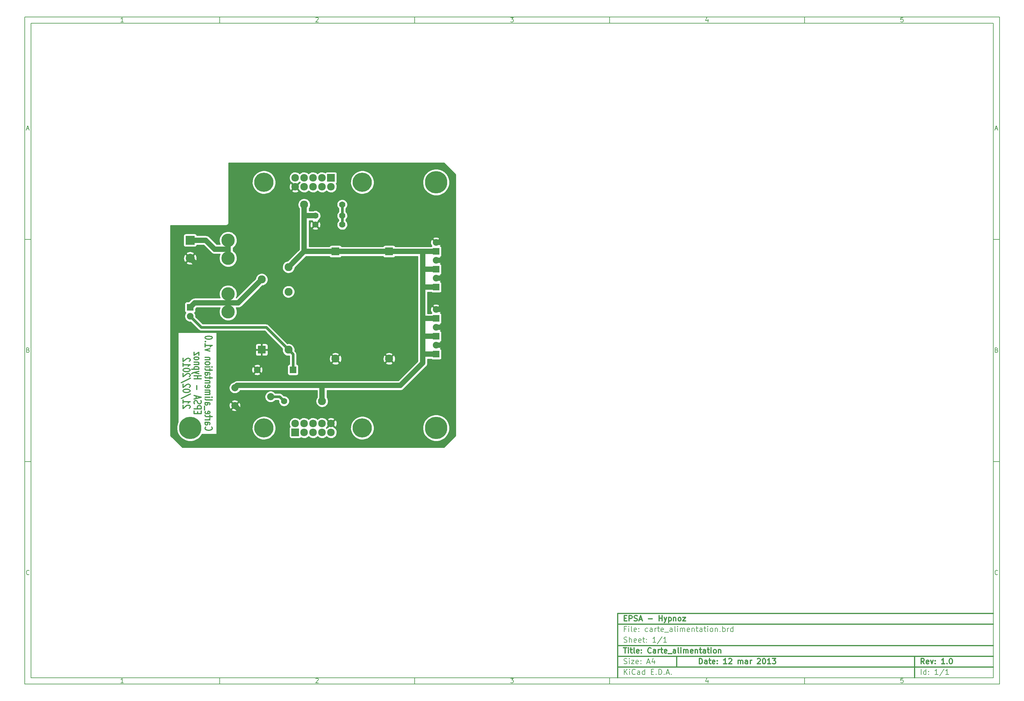
<source format=gbl>
G04 (created by PCBNEW-RS274X (2012-01-19 BZR 3256)-stable) date 12/03/2013 15:56:19*
G01*
G70*
G90*
%MOIN*%
G04 Gerber Fmt 3.4, Leading zero omitted, Abs format*
%FSLAX34Y34*%
G04 APERTURE LIST*
%ADD10C,0.006000*%
%ADD11C,0.012000*%
%ADD12C,0.215000*%
%ADD13R,0.085000X0.085000*%
%ADD14C,0.085000*%
%ADD15C,0.250000*%
%ADD16C,0.080000*%
%ADD17R,0.090000X0.090000*%
%ADD18C,0.090000*%
%ADD19C,0.070000*%
%ADD20R,0.075000X0.075000*%
%ADD21C,0.075000*%
%ADD22C,0.150000*%
%ADD23R,0.100000X0.100000*%
%ADD24C,0.100000*%
%ADD25C,0.060000*%
%ADD26C,0.030000*%
%ADD27C,0.010000*%
G04 APERTURE END LIST*
G54D10*
X04000Y-04000D02*
X113000Y-04000D01*
X113000Y-78670D01*
X04000Y-78670D01*
X04000Y-04000D01*
X04700Y-04700D02*
X112300Y-04700D01*
X112300Y-77970D01*
X04700Y-77970D01*
X04700Y-04700D01*
X25800Y-04000D02*
X25800Y-04700D01*
X15043Y-04552D02*
X14757Y-04552D01*
X14900Y-04552D02*
X14900Y-04052D01*
X14852Y-04124D01*
X14805Y-04171D01*
X14757Y-04195D01*
X25800Y-78670D02*
X25800Y-77970D01*
X15043Y-78522D02*
X14757Y-78522D01*
X14900Y-78522D02*
X14900Y-78022D01*
X14852Y-78094D01*
X14805Y-78141D01*
X14757Y-78165D01*
X47600Y-04000D02*
X47600Y-04700D01*
X36557Y-04100D02*
X36581Y-04076D01*
X36629Y-04052D01*
X36748Y-04052D01*
X36795Y-04076D01*
X36819Y-04100D01*
X36843Y-04148D01*
X36843Y-04195D01*
X36819Y-04267D01*
X36533Y-04552D01*
X36843Y-04552D01*
X47600Y-78670D02*
X47600Y-77970D01*
X36557Y-78070D02*
X36581Y-78046D01*
X36629Y-78022D01*
X36748Y-78022D01*
X36795Y-78046D01*
X36819Y-78070D01*
X36843Y-78118D01*
X36843Y-78165D01*
X36819Y-78237D01*
X36533Y-78522D01*
X36843Y-78522D01*
X69400Y-04000D02*
X69400Y-04700D01*
X58333Y-04052D02*
X58643Y-04052D01*
X58476Y-04243D01*
X58548Y-04243D01*
X58595Y-04267D01*
X58619Y-04290D01*
X58643Y-04338D01*
X58643Y-04457D01*
X58619Y-04505D01*
X58595Y-04529D01*
X58548Y-04552D01*
X58405Y-04552D01*
X58357Y-04529D01*
X58333Y-04505D01*
X69400Y-78670D02*
X69400Y-77970D01*
X58333Y-78022D02*
X58643Y-78022D01*
X58476Y-78213D01*
X58548Y-78213D01*
X58595Y-78237D01*
X58619Y-78260D01*
X58643Y-78308D01*
X58643Y-78427D01*
X58619Y-78475D01*
X58595Y-78499D01*
X58548Y-78522D01*
X58405Y-78522D01*
X58357Y-78499D01*
X58333Y-78475D01*
X91200Y-04000D02*
X91200Y-04700D01*
X80395Y-04219D02*
X80395Y-04552D01*
X80276Y-04029D02*
X80157Y-04386D01*
X80467Y-04386D01*
X91200Y-78670D02*
X91200Y-77970D01*
X80395Y-78189D02*
X80395Y-78522D01*
X80276Y-77999D02*
X80157Y-78356D01*
X80467Y-78356D01*
X102219Y-04052D02*
X101981Y-04052D01*
X101957Y-04290D01*
X101981Y-04267D01*
X102029Y-04243D01*
X102148Y-04243D01*
X102195Y-04267D01*
X102219Y-04290D01*
X102243Y-04338D01*
X102243Y-04457D01*
X102219Y-04505D01*
X102195Y-04529D01*
X102148Y-04552D01*
X102029Y-04552D01*
X101981Y-04529D01*
X101957Y-04505D01*
X102219Y-78022D02*
X101981Y-78022D01*
X101957Y-78260D01*
X101981Y-78237D01*
X102029Y-78213D01*
X102148Y-78213D01*
X102195Y-78237D01*
X102219Y-78260D01*
X102243Y-78308D01*
X102243Y-78427D01*
X102219Y-78475D01*
X102195Y-78499D01*
X102148Y-78522D01*
X102029Y-78522D01*
X101981Y-78499D01*
X101957Y-78475D01*
X04000Y-28890D02*
X04700Y-28890D01*
X04231Y-16510D02*
X04469Y-16510D01*
X04184Y-16652D02*
X04350Y-16152D01*
X04517Y-16652D01*
X113000Y-28890D02*
X112300Y-28890D01*
X112531Y-16510D02*
X112769Y-16510D01*
X112484Y-16652D02*
X112650Y-16152D01*
X112817Y-16652D01*
X04000Y-53780D02*
X04700Y-53780D01*
X04386Y-41280D02*
X04457Y-41304D01*
X04481Y-41328D01*
X04505Y-41376D01*
X04505Y-41447D01*
X04481Y-41495D01*
X04457Y-41519D01*
X04410Y-41542D01*
X04219Y-41542D01*
X04219Y-41042D01*
X04386Y-41042D01*
X04433Y-41066D01*
X04457Y-41090D01*
X04481Y-41138D01*
X04481Y-41185D01*
X04457Y-41233D01*
X04433Y-41257D01*
X04386Y-41280D01*
X04219Y-41280D01*
X113000Y-53780D02*
X112300Y-53780D01*
X112686Y-41280D02*
X112757Y-41304D01*
X112781Y-41328D01*
X112805Y-41376D01*
X112805Y-41447D01*
X112781Y-41495D01*
X112757Y-41519D01*
X112710Y-41542D01*
X112519Y-41542D01*
X112519Y-41042D01*
X112686Y-41042D01*
X112733Y-41066D01*
X112757Y-41090D01*
X112781Y-41138D01*
X112781Y-41185D01*
X112757Y-41233D01*
X112733Y-41257D01*
X112686Y-41280D01*
X112519Y-41280D01*
X04505Y-66385D02*
X04481Y-66409D01*
X04410Y-66432D01*
X04362Y-66432D01*
X04290Y-66409D01*
X04243Y-66361D01*
X04219Y-66313D01*
X04195Y-66218D01*
X04195Y-66147D01*
X04219Y-66051D01*
X04243Y-66004D01*
X04290Y-65956D01*
X04362Y-65932D01*
X04410Y-65932D01*
X04481Y-65956D01*
X04505Y-65980D01*
X112805Y-66385D02*
X112781Y-66409D01*
X112710Y-66432D01*
X112662Y-66432D01*
X112590Y-66409D01*
X112543Y-66361D01*
X112519Y-66313D01*
X112495Y-66218D01*
X112495Y-66147D01*
X112519Y-66051D01*
X112543Y-66004D01*
X112590Y-65956D01*
X112662Y-65932D01*
X112710Y-65932D01*
X112781Y-65956D01*
X112805Y-65980D01*
G54D11*
X79443Y-76413D02*
X79443Y-75813D01*
X79586Y-75813D01*
X79671Y-75841D01*
X79729Y-75899D01*
X79757Y-75956D01*
X79786Y-76070D01*
X79786Y-76156D01*
X79757Y-76270D01*
X79729Y-76327D01*
X79671Y-76384D01*
X79586Y-76413D01*
X79443Y-76413D01*
X80300Y-76413D02*
X80300Y-76099D01*
X80271Y-76041D01*
X80214Y-76013D01*
X80100Y-76013D01*
X80043Y-76041D01*
X80300Y-76384D02*
X80243Y-76413D01*
X80100Y-76413D01*
X80043Y-76384D01*
X80014Y-76327D01*
X80014Y-76270D01*
X80043Y-76213D01*
X80100Y-76184D01*
X80243Y-76184D01*
X80300Y-76156D01*
X80500Y-76013D02*
X80729Y-76013D01*
X80586Y-75813D02*
X80586Y-76327D01*
X80614Y-76384D01*
X80672Y-76413D01*
X80729Y-76413D01*
X81157Y-76384D02*
X81100Y-76413D01*
X80986Y-76413D01*
X80929Y-76384D01*
X80900Y-76327D01*
X80900Y-76099D01*
X80929Y-76041D01*
X80986Y-76013D01*
X81100Y-76013D01*
X81157Y-76041D01*
X81186Y-76099D01*
X81186Y-76156D01*
X80900Y-76213D01*
X81443Y-76356D02*
X81471Y-76384D01*
X81443Y-76413D01*
X81414Y-76384D01*
X81443Y-76356D01*
X81443Y-76413D01*
X81443Y-76041D02*
X81471Y-76070D01*
X81443Y-76099D01*
X81414Y-76070D01*
X81443Y-76041D01*
X81443Y-76099D01*
X82500Y-76413D02*
X82157Y-76413D01*
X82329Y-76413D02*
X82329Y-75813D01*
X82272Y-75899D01*
X82214Y-75956D01*
X82157Y-75984D01*
X82728Y-75870D02*
X82757Y-75841D01*
X82814Y-75813D01*
X82957Y-75813D01*
X83014Y-75841D01*
X83043Y-75870D01*
X83071Y-75927D01*
X83071Y-75984D01*
X83043Y-76070D01*
X82700Y-76413D01*
X83071Y-76413D01*
X83785Y-76413D02*
X83785Y-76013D01*
X83785Y-76070D02*
X83813Y-76041D01*
X83871Y-76013D01*
X83956Y-76013D01*
X84013Y-76041D01*
X84042Y-76099D01*
X84042Y-76413D01*
X84042Y-76099D02*
X84071Y-76041D01*
X84128Y-76013D01*
X84213Y-76013D01*
X84271Y-76041D01*
X84299Y-76099D01*
X84299Y-76413D01*
X84842Y-76413D02*
X84842Y-76099D01*
X84813Y-76041D01*
X84756Y-76013D01*
X84642Y-76013D01*
X84585Y-76041D01*
X84842Y-76384D02*
X84785Y-76413D01*
X84642Y-76413D01*
X84585Y-76384D01*
X84556Y-76327D01*
X84556Y-76270D01*
X84585Y-76213D01*
X84642Y-76184D01*
X84785Y-76184D01*
X84842Y-76156D01*
X85128Y-76413D02*
X85128Y-76013D01*
X85128Y-76127D02*
X85156Y-76070D01*
X85185Y-76041D01*
X85242Y-76013D01*
X85299Y-76013D01*
X85927Y-75870D02*
X85956Y-75841D01*
X86013Y-75813D01*
X86156Y-75813D01*
X86213Y-75841D01*
X86242Y-75870D01*
X86270Y-75927D01*
X86270Y-75984D01*
X86242Y-76070D01*
X85899Y-76413D01*
X86270Y-76413D01*
X86641Y-75813D02*
X86698Y-75813D01*
X86755Y-75841D01*
X86784Y-75870D01*
X86813Y-75927D01*
X86841Y-76041D01*
X86841Y-76184D01*
X86813Y-76299D01*
X86784Y-76356D01*
X86755Y-76384D01*
X86698Y-76413D01*
X86641Y-76413D01*
X86584Y-76384D01*
X86555Y-76356D01*
X86527Y-76299D01*
X86498Y-76184D01*
X86498Y-76041D01*
X86527Y-75927D01*
X86555Y-75870D01*
X86584Y-75841D01*
X86641Y-75813D01*
X87412Y-76413D02*
X87069Y-76413D01*
X87241Y-76413D02*
X87241Y-75813D01*
X87184Y-75899D01*
X87126Y-75956D01*
X87069Y-75984D01*
X87612Y-75813D02*
X87983Y-75813D01*
X87783Y-76041D01*
X87869Y-76041D01*
X87926Y-76070D01*
X87955Y-76099D01*
X87983Y-76156D01*
X87983Y-76299D01*
X87955Y-76356D01*
X87926Y-76384D01*
X87869Y-76413D01*
X87697Y-76413D01*
X87640Y-76384D01*
X87612Y-76356D01*
G54D10*
X71043Y-77613D02*
X71043Y-77013D01*
X71386Y-77613D02*
X71129Y-77270D01*
X71386Y-77013D02*
X71043Y-77356D01*
X71643Y-77613D02*
X71643Y-77213D01*
X71643Y-77013D02*
X71614Y-77041D01*
X71643Y-77070D01*
X71671Y-77041D01*
X71643Y-77013D01*
X71643Y-77070D01*
X72272Y-77556D02*
X72243Y-77584D01*
X72157Y-77613D01*
X72100Y-77613D01*
X72015Y-77584D01*
X71957Y-77527D01*
X71929Y-77470D01*
X71900Y-77356D01*
X71900Y-77270D01*
X71929Y-77156D01*
X71957Y-77099D01*
X72015Y-77041D01*
X72100Y-77013D01*
X72157Y-77013D01*
X72243Y-77041D01*
X72272Y-77070D01*
X72786Y-77613D02*
X72786Y-77299D01*
X72757Y-77241D01*
X72700Y-77213D01*
X72586Y-77213D01*
X72529Y-77241D01*
X72786Y-77584D02*
X72729Y-77613D01*
X72586Y-77613D01*
X72529Y-77584D01*
X72500Y-77527D01*
X72500Y-77470D01*
X72529Y-77413D01*
X72586Y-77384D01*
X72729Y-77384D01*
X72786Y-77356D01*
X73329Y-77613D02*
X73329Y-77013D01*
X73329Y-77584D02*
X73272Y-77613D01*
X73158Y-77613D01*
X73100Y-77584D01*
X73072Y-77556D01*
X73043Y-77499D01*
X73043Y-77327D01*
X73072Y-77270D01*
X73100Y-77241D01*
X73158Y-77213D01*
X73272Y-77213D01*
X73329Y-77241D01*
X74072Y-77299D02*
X74272Y-77299D01*
X74358Y-77613D02*
X74072Y-77613D01*
X74072Y-77013D01*
X74358Y-77013D01*
X74615Y-77556D02*
X74643Y-77584D01*
X74615Y-77613D01*
X74586Y-77584D01*
X74615Y-77556D01*
X74615Y-77613D01*
X74901Y-77613D02*
X74901Y-77013D01*
X75044Y-77013D01*
X75129Y-77041D01*
X75187Y-77099D01*
X75215Y-77156D01*
X75244Y-77270D01*
X75244Y-77356D01*
X75215Y-77470D01*
X75187Y-77527D01*
X75129Y-77584D01*
X75044Y-77613D01*
X74901Y-77613D01*
X75501Y-77556D02*
X75529Y-77584D01*
X75501Y-77613D01*
X75472Y-77584D01*
X75501Y-77556D01*
X75501Y-77613D01*
X75758Y-77441D02*
X76044Y-77441D01*
X75701Y-77613D02*
X75901Y-77013D01*
X76101Y-77613D01*
X76301Y-77556D02*
X76329Y-77584D01*
X76301Y-77613D01*
X76272Y-77584D01*
X76301Y-77556D01*
X76301Y-77613D01*
G54D11*
X104586Y-76413D02*
X104386Y-76127D01*
X104243Y-76413D02*
X104243Y-75813D01*
X104471Y-75813D01*
X104529Y-75841D01*
X104557Y-75870D01*
X104586Y-75927D01*
X104586Y-76013D01*
X104557Y-76070D01*
X104529Y-76099D01*
X104471Y-76127D01*
X104243Y-76127D01*
X105071Y-76384D02*
X105014Y-76413D01*
X104900Y-76413D01*
X104843Y-76384D01*
X104814Y-76327D01*
X104814Y-76099D01*
X104843Y-76041D01*
X104900Y-76013D01*
X105014Y-76013D01*
X105071Y-76041D01*
X105100Y-76099D01*
X105100Y-76156D01*
X104814Y-76213D01*
X105300Y-76013D02*
X105443Y-76413D01*
X105585Y-76013D01*
X105814Y-76356D02*
X105842Y-76384D01*
X105814Y-76413D01*
X105785Y-76384D01*
X105814Y-76356D01*
X105814Y-76413D01*
X105814Y-76041D02*
X105842Y-76070D01*
X105814Y-76099D01*
X105785Y-76070D01*
X105814Y-76041D01*
X105814Y-76099D01*
X106871Y-76413D02*
X106528Y-76413D01*
X106700Y-76413D02*
X106700Y-75813D01*
X106643Y-75899D01*
X106585Y-75956D01*
X106528Y-75984D01*
X107128Y-76356D02*
X107156Y-76384D01*
X107128Y-76413D01*
X107099Y-76384D01*
X107128Y-76356D01*
X107128Y-76413D01*
X107528Y-75813D02*
X107585Y-75813D01*
X107642Y-75841D01*
X107671Y-75870D01*
X107700Y-75927D01*
X107728Y-76041D01*
X107728Y-76184D01*
X107700Y-76299D01*
X107671Y-76356D01*
X107642Y-76384D01*
X107585Y-76413D01*
X107528Y-76413D01*
X107471Y-76384D01*
X107442Y-76356D01*
X107414Y-76299D01*
X107385Y-76184D01*
X107385Y-76041D01*
X107414Y-75927D01*
X107442Y-75870D01*
X107471Y-75841D01*
X107528Y-75813D01*
G54D10*
X71014Y-76384D02*
X71100Y-76413D01*
X71243Y-76413D01*
X71300Y-76384D01*
X71329Y-76356D01*
X71357Y-76299D01*
X71357Y-76241D01*
X71329Y-76184D01*
X71300Y-76156D01*
X71243Y-76127D01*
X71129Y-76099D01*
X71071Y-76070D01*
X71043Y-76041D01*
X71014Y-75984D01*
X71014Y-75927D01*
X71043Y-75870D01*
X71071Y-75841D01*
X71129Y-75813D01*
X71271Y-75813D01*
X71357Y-75841D01*
X71614Y-76413D02*
X71614Y-76013D01*
X71614Y-75813D02*
X71585Y-75841D01*
X71614Y-75870D01*
X71642Y-75841D01*
X71614Y-75813D01*
X71614Y-75870D01*
X71843Y-76013D02*
X72157Y-76013D01*
X71843Y-76413D01*
X72157Y-76413D01*
X72614Y-76384D02*
X72557Y-76413D01*
X72443Y-76413D01*
X72386Y-76384D01*
X72357Y-76327D01*
X72357Y-76099D01*
X72386Y-76041D01*
X72443Y-76013D01*
X72557Y-76013D01*
X72614Y-76041D01*
X72643Y-76099D01*
X72643Y-76156D01*
X72357Y-76213D01*
X72900Y-76356D02*
X72928Y-76384D01*
X72900Y-76413D01*
X72871Y-76384D01*
X72900Y-76356D01*
X72900Y-76413D01*
X72900Y-76041D02*
X72928Y-76070D01*
X72900Y-76099D01*
X72871Y-76070D01*
X72900Y-76041D01*
X72900Y-76099D01*
X73614Y-76241D02*
X73900Y-76241D01*
X73557Y-76413D02*
X73757Y-75813D01*
X73957Y-76413D01*
X74414Y-76013D02*
X74414Y-76413D01*
X74271Y-75784D02*
X74128Y-76213D01*
X74500Y-76213D01*
X104243Y-77613D02*
X104243Y-77013D01*
X104786Y-77613D02*
X104786Y-77013D01*
X104786Y-77584D02*
X104729Y-77613D01*
X104615Y-77613D01*
X104557Y-77584D01*
X104529Y-77556D01*
X104500Y-77499D01*
X104500Y-77327D01*
X104529Y-77270D01*
X104557Y-77241D01*
X104615Y-77213D01*
X104729Y-77213D01*
X104786Y-77241D01*
X105072Y-77556D02*
X105100Y-77584D01*
X105072Y-77613D01*
X105043Y-77584D01*
X105072Y-77556D01*
X105072Y-77613D01*
X105072Y-77241D02*
X105100Y-77270D01*
X105072Y-77299D01*
X105043Y-77270D01*
X105072Y-77241D01*
X105072Y-77299D01*
X106129Y-77613D02*
X105786Y-77613D01*
X105958Y-77613D02*
X105958Y-77013D01*
X105901Y-77099D01*
X105843Y-77156D01*
X105786Y-77184D01*
X106814Y-76984D02*
X106300Y-77756D01*
X107329Y-77613D02*
X106986Y-77613D01*
X107158Y-77613D02*
X107158Y-77013D01*
X107101Y-77099D01*
X107043Y-77156D01*
X106986Y-77184D01*
G54D11*
X70957Y-74613D02*
X71300Y-74613D01*
X71129Y-75213D02*
X71129Y-74613D01*
X71500Y-75213D02*
X71500Y-74813D01*
X71500Y-74613D02*
X71471Y-74641D01*
X71500Y-74670D01*
X71528Y-74641D01*
X71500Y-74613D01*
X71500Y-74670D01*
X71700Y-74813D02*
X71929Y-74813D01*
X71786Y-74613D02*
X71786Y-75127D01*
X71814Y-75184D01*
X71872Y-75213D01*
X71929Y-75213D01*
X72215Y-75213D02*
X72157Y-75184D01*
X72129Y-75127D01*
X72129Y-74613D01*
X72671Y-75184D02*
X72614Y-75213D01*
X72500Y-75213D01*
X72443Y-75184D01*
X72414Y-75127D01*
X72414Y-74899D01*
X72443Y-74841D01*
X72500Y-74813D01*
X72614Y-74813D01*
X72671Y-74841D01*
X72700Y-74899D01*
X72700Y-74956D01*
X72414Y-75013D01*
X72957Y-75156D02*
X72985Y-75184D01*
X72957Y-75213D01*
X72928Y-75184D01*
X72957Y-75156D01*
X72957Y-75213D01*
X72957Y-74841D02*
X72985Y-74870D01*
X72957Y-74899D01*
X72928Y-74870D01*
X72957Y-74841D01*
X72957Y-74899D01*
X74043Y-75156D02*
X74014Y-75184D01*
X73928Y-75213D01*
X73871Y-75213D01*
X73786Y-75184D01*
X73728Y-75127D01*
X73700Y-75070D01*
X73671Y-74956D01*
X73671Y-74870D01*
X73700Y-74756D01*
X73728Y-74699D01*
X73786Y-74641D01*
X73871Y-74613D01*
X73928Y-74613D01*
X74014Y-74641D01*
X74043Y-74670D01*
X74557Y-75213D02*
X74557Y-74899D01*
X74528Y-74841D01*
X74471Y-74813D01*
X74357Y-74813D01*
X74300Y-74841D01*
X74557Y-75184D02*
X74500Y-75213D01*
X74357Y-75213D01*
X74300Y-75184D01*
X74271Y-75127D01*
X74271Y-75070D01*
X74300Y-75013D01*
X74357Y-74984D01*
X74500Y-74984D01*
X74557Y-74956D01*
X74843Y-75213D02*
X74843Y-74813D01*
X74843Y-74927D02*
X74871Y-74870D01*
X74900Y-74841D01*
X74957Y-74813D01*
X75014Y-74813D01*
X75128Y-74813D02*
X75357Y-74813D01*
X75214Y-74613D02*
X75214Y-75127D01*
X75242Y-75184D01*
X75300Y-75213D01*
X75357Y-75213D01*
X75785Y-75184D02*
X75728Y-75213D01*
X75614Y-75213D01*
X75557Y-75184D01*
X75528Y-75127D01*
X75528Y-74899D01*
X75557Y-74841D01*
X75614Y-74813D01*
X75728Y-74813D01*
X75785Y-74841D01*
X75814Y-74899D01*
X75814Y-74956D01*
X75528Y-75013D01*
X75928Y-75270D02*
X76385Y-75270D01*
X76785Y-75213D02*
X76785Y-74899D01*
X76756Y-74841D01*
X76699Y-74813D01*
X76585Y-74813D01*
X76528Y-74841D01*
X76785Y-75184D02*
X76728Y-75213D01*
X76585Y-75213D01*
X76528Y-75184D01*
X76499Y-75127D01*
X76499Y-75070D01*
X76528Y-75013D01*
X76585Y-74984D01*
X76728Y-74984D01*
X76785Y-74956D01*
X77157Y-75213D02*
X77099Y-75184D01*
X77071Y-75127D01*
X77071Y-74613D01*
X77385Y-75213D02*
X77385Y-74813D01*
X77385Y-74613D02*
X77356Y-74641D01*
X77385Y-74670D01*
X77413Y-74641D01*
X77385Y-74613D01*
X77385Y-74670D01*
X77671Y-75213D02*
X77671Y-74813D01*
X77671Y-74870D02*
X77699Y-74841D01*
X77757Y-74813D01*
X77842Y-74813D01*
X77899Y-74841D01*
X77928Y-74899D01*
X77928Y-75213D01*
X77928Y-74899D02*
X77957Y-74841D01*
X78014Y-74813D01*
X78099Y-74813D01*
X78157Y-74841D01*
X78185Y-74899D01*
X78185Y-75213D01*
X78699Y-75184D02*
X78642Y-75213D01*
X78528Y-75213D01*
X78471Y-75184D01*
X78442Y-75127D01*
X78442Y-74899D01*
X78471Y-74841D01*
X78528Y-74813D01*
X78642Y-74813D01*
X78699Y-74841D01*
X78728Y-74899D01*
X78728Y-74956D01*
X78442Y-75013D01*
X78985Y-74813D02*
X78985Y-75213D01*
X78985Y-74870D02*
X79013Y-74841D01*
X79071Y-74813D01*
X79156Y-74813D01*
X79213Y-74841D01*
X79242Y-74899D01*
X79242Y-75213D01*
X79442Y-74813D02*
X79671Y-74813D01*
X79528Y-74613D02*
X79528Y-75127D01*
X79556Y-75184D01*
X79614Y-75213D01*
X79671Y-75213D01*
X80128Y-75213D02*
X80128Y-74899D01*
X80099Y-74841D01*
X80042Y-74813D01*
X79928Y-74813D01*
X79871Y-74841D01*
X80128Y-75184D02*
X80071Y-75213D01*
X79928Y-75213D01*
X79871Y-75184D01*
X79842Y-75127D01*
X79842Y-75070D01*
X79871Y-75013D01*
X79928Y-74984D01*
X80071Y-74984D01*
X80128Y-74956D01*
X80328Y-74813D02*
X80557Y-74813D01*
X80414Y-74613D02*
X80414Y-75127D01*
X80442Y-75184D01*
X80500Y-75213D01*
X80557Y-75213D01*
X80757Y-75213D02*
X80757Y-74813D01*
X80757Y-74613D02*
X80728Y-74641D01*
X80757Y-74670D01*
X80785Y-74641D01*
X80757Y-74613D01*
X80757Y-74670D01*
X81129Y-75213D02*
X81071Y-75184D01*
X81043Y-75156D01*
X81014Y-75099D01*
X81014Y-74927D01*
X81043Y-74870D01*
X81071Y-74841D01*
X81129Y-74813D01*
X81214Y-74813D01*
X81271Y-74841D01*
X81300Y-74870D01*
X81329Y-74927D01*
X81329Y-75099D01*
X81300Y-75156D01*
X81271Y-75184D01*
X81214Y-75213D01*
X81129Y-75213D01*
X81586Y-74813D02*
X81586Y-75213D01*
X81586Y-74870D02*
X81614Y-74841D01*
X81672Y-74813D01*
X81757Y-74813D01*
X81814Y-74841D01*
X81843Y-74899D01*
X81843Y-75213D01*
G54D10*
X71243Y-72499D02*
X71043Y-72499D01*
X71043Y-72813D02*
X71043Y-72213D01*
X71329Y-72213D01*
X71557Y-72813D02*
X71557Y-72413D01*
X71557Y-72213D02*
X71528Y-72241D01*
X71557Y-72270D01*
X71585Y-72241D01*
X71557Y-72213D01*
X71557Y-72270D01*
X71929Y-72813D02*
X71871Y-72784D01*
X71843Y-72727D01*
X71843Y-72213D01*
X72385Y-72784D02*
X72328Y-72813D01*
X72214Y-72813D01*
X72157Y-72784D01*
X72128Y-72727D01*
X72128Y-72499D01*
X72157Y-72441D01*
X72214Y-72413D01*
X72328Y-72413D01*
X72385Y-72441D01*
X72414Y-72499D01*
X72414Y-72556D01*
X72128Y-72613D01*
X72671Y-72756D02*
X72699Y-72784D01*
X72671Y-72813D01*
X72642Y-72784D01*
X72671Y-72756D01*
X72671Y-72813D01*
X72671Y-72441D02*
X72699Y-72470D01*
X72671Y-72499D01*
X72642Y-72470D01*
X72671Y-72441D01*
X72671Y-72499D01*
X73671Y-72784D02*
X73614Y-72813D01*
X73500Y-72813D01*
X73442Y-72784D01*
X73414Y-72756D01*
X73385Y-72699D01*
X73385Y-72527D01*
X73414Y-72470D01*
X73442Y-72441D01*
X73500Y-72413D01*
X73614Y-72413D01*
X73671Y-72441D01*
X74185Y-72813D02*
X74185Y-72499D01*
X74156Y-72441D01*
X74099Y-72413D01*
X73985Y-72413D01*
X73928Y-72441D01*
X74185Y-72784D02*
X74128Y-72813D01*
X73985Y-72813D01*
X73928Y-72784D01*
X73899Y-72727D01*
X73899Y-72670D01*
X73928Y-72613D01*
X73985Y-72584D01*
X74128Y-72584D01*
X74185Y-72556D01*
X74471Y-72813D02*
X74471Y-72413D01*
X74471Y-72527D02*
X74499Y-72470D01*
X74528Y-72441D01*
X74585Y-72413D01*
X74642Y-72413D01*
X74756Y-72413D02*
X74985Y-72413D01*
X74842Y-72213D02*
X74842Y-72727D01*
X74870Y-72784D01*
X74928Y-72813D01*
X74985Y-72813D01*
X75413Y-72784D02*
X75356Y-72813D01*
X75242Y-72813D01*
X75185Y-72784D01*
X75156Y-72727D01*
X75156Y-72499D01*
X75185Y-72441D01*
X75242Y-72413D01*
X75356Y-72413D01*
X75413Y-72441D01*
X75442Y-72499D01*
X75442Y-72556D01*
X75156Y-72613D01*
X75556Y-72870D02*
X76013Y-72870D01*
X76413Y-72813D02*
X76413Y-72499D01*
X76384Y-72441D01*
X76327Y-72413D01*
X76213Y-72413D01*
X76156Y-72441D01*
X76413Y-72784D02*
X76356Y-72813D01*
X76213Y-72813D01*
X76156Y-72784D01*
X76127Y-72727D01*
X76127Y-72670D01*
X76156Y-72613D01*
X76213Y-72584D01*
X76356Y-72584D01*
X76413Y-72556D01*
X76785Y-72813D02*
X76727Y-72784D01*
X76699Y-72727D01*
X76699Y-72213D01*
X77013Y-72813D02*
X77013Y-72413D01*
X77013Y-72213D02*
X76984Y-72241D01*
X77013Y-72270D01*
X77041Y-72241D01*
X77013Y-72213D01*
X77013Y-72270D01*
X77299Y-72813D02*
X77299Y-72413D01*
X77299Y-72470D02*
X77327Y-72441D01*
X77385Y-72413D01*
X77470Y-72413D01*
X77527Y-72441D01*
X77556Y-72499D01*
X77556Y-72813D01*
X77556Y-72499D02*
X77585Y-72441D01*
X77642Y-72413D01*
X77727Y-72413D01*
X77785Y-72441D01*
X77813Y-72499D01*
X77813Y-72813D01*
X78327Y-72784D02*
X78270Y-72813D01*
X78156Y-72813D01*
X78099Y-72784D01*
X78070Y-72727D01*
X78070Y-72499D01*
X78099Y-72441D01*
X78156Y-72413D01*
X78270Y-72413D01*
X78327Y-72441D01*
X78356Y-72499D01*
X78356Y-72556D01*
X78070Y-72613D01*
X78613Y-72413D02*
X78613Y-72813D01*
X78613Y-72470D02*
X78641Y-72441D01*
X78699Y-72413D01*
X78784Y-72413D01*
X78841Y-72441D01*
X78870Y-72499D01*
X78870Y-72813D01*
X79070Y-72413D02*
X79299Y-72413D01*
X79156Y-72213D02*
X79156Y-72727D01*
X79184Y-72784D01*
X79242Y-72813D01*
X79299Y-72813D01*
X79756Y-72813D02*
X79756Y-72499D01*
X79727Y-72441D01*
X79670Y-72413D01*
X79556Y-72413D01*
X79499Y-72441D01*
X79756Y-72784D02*
X79699Y-72813D01*
X79556Y-72813D01*
X79499Y-72784D01*
X79470Y-72727D01*
X79470Y-72670D01*
X79499Y-72613D01*
X79556Y-72584D01*
X79699Y-72584D01*
X79756Y-72556D01*
X79956Y-72413D02*
X80185Y-72413D01*
X80042Y-72213D02*
X80042Y-72727D01*
X80070Y-72784D01*
X80128Y-72813D01*
X80185Y-72813D01*
X80385Y-72813D02*
X80385Y-72413D01*
X80385Y-72213D02*
X80356Y-72241D01*
X80385Y-72270D01*
X80413Y-72241D01*
X80385Y-72213D01*
X80385Y-72270D01*
X80757Y-72813D02*
X80699Y-72784D01*
X80671Y-72756D01*
X80642Y-72699D01*
X80642Y-72527D01*
X80671Y-72470D01*
X80699Y-72441D01*
X80757Y-72413D01*
X80842Y-72413D01*
X80899Y-72441D01*
X80928Y-72470D01*
X80957Y-72527D01*
X80957Y-72699D01*
X80928Y-72756D01*
X80899Y-72784D01*
X80842Y-72813D01*
X80757Y-72813D01*
X81214Y-72413D02*
X81214Y-72813D01*
X81214Y-72470D02*
X81242Y-72441D01*
X81300Y-72413D01*
X81385Y-72413D01*
X81442Y-72441D01*
X81471Y-72499D01*
X81471Y-72813D01*
X81757Y-72756D02*
X81785Y-72784D01*
X81757Y-72813D01*
X81728Y-72784D01*
X81757Y-72756D01*
X81757Y-72813D01*
X82043Y-72813D02*
X82043Y-72213D01*
X82043Y-72441D02*
X82100Y-72413D01*
X82214Y-72413D01*
X82271Y-72441D01*
X82300Y-72470D01*
X82329Y-72527D01*
X82329Y-72699D01*
X82300Y-72756D01*
X82271Y-72784D01*
X82214Y-72813D01*
X82100Y-72813D01*
X82043Y-72784D01*
X82586Y-72813D02*
X82586Y-72413D01*
X82586Y-72527D02*
X82614Y-72470D01*
X82643Y-72441D01*
X82700Y-72413D01*
X82757Y-72413D01*
X83214Y-72813D02*
X83214Y-72213D01*
X83214Y-72784D02*
X83157Y-72813D01*
X83043Y-72813D01*
X82985Y-72784D01*
X82957Y-72756D01*
X82928Y-72699D01*
X82928Y-72527D01*
X82957Y-72470D01*
X82985Y-72441D01*
X83043Y-72413D01*
X83157Y-72413D01*
X83214Y-72441D01*
X71014Y-73984D02*
X71100Y-74013D01*
X71243Y-74013D01*
X71300Y-73984D01*
X71329Y-73956D01*
X71357Y-73899D01*
X71357Y-73841D01*
X71329Y-73784D01*
X71300Y-73756D01*
X71243Y-73727D01*
X71129Y-73699D01*
X71071Y-73670D01*
X71043Y-73641D01*
X71014Y-73584D01*
X71014Y-73527D01*
X71043Y-73470D01*
X71071Y-73441D01*
X71129Y-73413D01*
X71271Y-73413D01*
X71357Y-73441D01*
X71614Y-74013D02*
X71614Y-73413D01*
X71871Y-74013D02*
X71871Y-73699D01*
X71842Y-73641D01*
X71785Y-73613D01*
X71700Y-73613D01*
X71642Y-73641D01*
X71614Y-73670D01*
X72385Y-73984D02*
X72328Y-74013D01*
X72214Y-74013D01*
X72157Y-73984D01*
X72128Y-73927D01*
X72128Y-73699D01*
X72157Y-73641D01*
X72214Y-73613D01*
X72328Y-73613D01*
X72385Y-73641D01*
X72414Y-73699D01*
X72414Y-73756D01*
X72128Y-73813D01*
X72899Y-73984D02*
X72842Y-74013D01*
X72728Y-74013D01*
X72671Y-73984D01*
X72642Y-73927D01*
X72642Y-73699D01*
X72671Y-73641D01*
X72728Y-73613D01*
X72842Y-73613D01*
X72899Y-73641D01*
X72928Y-73699D01*
X72928Y-73756D01*
X72642Y-73813D01*
X73099Y-73613D02*
X73328Y-73613D01*
X73185Y-73413D02*
X73185Y-73927D01*
X73213Y-73984D01*
X73271Y-74013D01*
X73328Y-74013D01*
X73528Y-73956D02*
X73556Y-73984D01*
X73528Y-74013D01*
X73499Y-73984D01*
X73528Y-73956D01*
X73528Y-74013D01*
X73528Y-73641D02*
X73556Y-73670D01*
X73528Y-73699D01*
X73499Y-73670D01*
X73528Y-73641D01*
X73528Y-73699D01*
X74585Y-74013D02*
X74242Y-74013D01*
X74414Y-74013D02*
X74414Y-73413D01*
X74357Y-73499D01*
X74299Y-73556D01*
X74242Y-73584D01*
X75270Y-73384D02*
X74756Y-74156D01*
X75785Y-74013D02*
X75442Y-74013D01*
X75614Y-74013D02*
X75614Y-73413D01*
X75557Y-73499D01*
X75499Y-73556D01*
X75442Y-73584D01*
G54D11*
X71043Y-71299D02*
X71243Y-71299D01*
X71329Y-71613D02*
X71043Y-71613D01*
X71043Y-71013D01*
X71329Y-71013D01*
X71586Y-71613D02*
X71586Y-71013D01*
X71814Y-71013D01*
X71872Y-71041D01*
X71900Y-71070D01*
X71929Y-71127D01*
X71929Y-71213D01*
X71900Y-71270D01*
X71872Y-71299D01*
X71814Y-71327D01*
X71586Y-71327D01*
X72157Y-71584D02*
X72243Y-71613D01*
X72386Y-71613D01*
X72443Y-71584D01*
X72472Y-71556D01*
X72500Y-71499D01*
X72500Y-71441D01*
X72472Y-71384D01*
X72443Y-71356D01*
X72386Y-71327D01*
X72272Y-71299D01*
X72214Y-71270D01*
X72186Y-71241D01*
X72157Y-71184D01*
X72157Y-71127D01*
X72186Y-71070D01*
X72214Y-71041D01*
X72272Y-71013D01*
X72414Y-71013D01*
X72500Y-71041D01*
X72728Y-71441D02*
X73014Y-71441D01*
X72671Y-71613D02*
X72871Y-71013D01*
X73071Y-71613D01*
X73728Y-71384D02*
X74185Y-71384D01*
X74928Y-71613D02*
X74928Y-71013D01*
X74928Y-71299D02*
X75271Y-71299D01*
X75271Y-71613D02*
X75271Y-71013D01*
X75500Y-71213D02*
X75643Y-71613D01*
X75785Y-71213D02*
X75643Y-71613D01*
X75585Y-71756D01*
X75557Y-71784D01*
X75500Y-71813D01*
X76014Y-71213D02*
X76014Y-71813D01*
X76014Y-71241D02*
X76071Y-71213D01*
X76185Y-71213D01*
X76242Y-71241D01*
X76271Y-71270D01*
X76300Y-71327D01*
X76300Y-71499D01*
X76271Y-71556D01*
X76242Y-71584D01*
X76185Y-71613D01*
X76071Y-71613D01*
X76014Y-71584D01*
X76557Y-71213D02*
X76557Y-71613D01*
X76557Y-71270D02*
X76585Y-71241D01*
X76643Y-71213D01*
X76728Y-71213D01*
X76785Y-71241D01*
X76814Y-71299D01*
X76814Y-71613D01*
X77186Y-71613D02*
X77128Y-71584D01*
X77100Y-71556D01*
X77071Y-71499D01*
X77071Y-71327D01*
X77100Y-71270D01*
X77128Y-71241D01*
X77186Y-71213D01*
X77271Y-71213D01*
X77328Y-71241D01*
X77357Y-71270D01*
X77386Y-71327D01*
X77386Y-71499D01*
X77357Y-71556D01*
X77328Y-71584D01*
X77271Y-71613D01*
X77186Y-71613D01*
X77586Y-71213D02*
X77900Y-71213D01*
X77586Y-71613D01*
X77900Y-71613D01*
X70300Y-70770D02*
X70300Y-77970D01*
X70300Y-71970D02*
X112300Y-71970D01*
X70300Y-70770D02*
X112300Y-70770D01*
X70300Y-74370D02*
X112300Y-74370D01*
X103500Y-75570D02*
X103500Y-77970D01*
X70300Y-76770D02*
X112300Y-76770D01*
X70300Y-75570D02*
X112300Y-75570D01*
X76900Y-75570D02*
X76900Y-76770D01*
X24252Y-49899D02*
X24214Y-49928D01*
X24176Y-50014D01*
X24176Y-50071D01*
X24214Y-50156D01*
X24290Y-50214D01*
X24367Y-50242D01*
X24519Y-50271D01*
X24633Y-50271D01*
X24786Y-50242D01*
X24862Y-50214D01*
X24938Y-50156D01*
X24976Y-50071D01*
X24976Y-50014D01*
X24938Y-49928D01*
X24900Y-49899D01*
X24176Y-49385D02*
X24595Y-49385D01*
X24671Y-49414D01*
X24710Y-49471D01*
X24710Y-49585D01*
X24671Y-49642D01*
X24214Y-49385D02*
X24176Y-49442D01*
X24176Y-49585D01*
X24214Y-49642D01*
X24290Y-49671D01*
X24367Y-49671D01*
X24443Y-49642D01*
X24481Y-49585D01*
X24481Y-49442D01*
X24519Y-49385D01*
X24176Y-49099D02*
X24710Y-49099D01*
X24557Y-49099D02*
X24633Y-49071D01*
X24671Y-49042D01*
X24710Y-48985D01*
X24710Y-48928D01*
X24710Y-48814D02*
X24710Y-48585D01*
X24976Y-48728D02*
X24290Y-48728D01*
X24214Y-48700D01*
X24176Y-48642D01*
X24176Y-48585D01*
X24214Y-48157D02*
X24176Y-48214D01*
X24176Y-48328D01*
X24214Y-48385D01*
X24290Y-48414D01*
X24595Y-48414D01*
X24671Y-48385D01*
X24710Y-48328D01*
X24710Y-48214D01*
X24671Y-48157D01*
X24595Y-48128D01*
X24519Y-48128D01*
X24443Y-48414D01*
X24100Y-48014D02*
X24100Y-47557D01*
X24176Y-47157D02*
X24595Y-47157D01*
X24671Y-47186D01*
X24710Y-47243D01*
X24710Y-47357D01*
X24671Y-47414D01*
X24214Y-47157D02*
X24176Y-47214D01*
X24176Y-47357D01*
X24214Y-47414D01*
X24290Y-47443D01*
X24367Y-47443D01*
X24443Y-47414D01*
X24481Y-47357D01*
X24481Y-47214D01*
X24519Y-47157D01*
X24176Y-46785D02*
X24214Y-46843D01*
X24290Y-46871D01*
X24976Y-46871D01*
X24176Y-46557D02*
X24710Y-46557D01*
X24976Y-46557D02*
X24938Y-46586D01*
X24900Y-46557D01*
X24938Y-46529D01*
X24976Y-46557D01*
X24900Y-46557D01*
X24176Y-46271D02*
X24710Y-46271D01*
X24633Y-46271D02*
X24671Y-46243D01*
X24710Y-46185D01*
X24710Y-46100D01*
X24671Y-46043D01*
X24595Y-46014D01*
X24176Y-46014D01*
X24595Y-46014D02*
X24671Y-45985D01*
X24710Y-45928D01*
X24710Y-45843D01*
X24671Y-45785D01*
X24595Y-45757D01*
X24176Y-45757D01*
X24214Y-45243D02*
X24176Y-45300D01*
X24176Y-45414D01*
X24214Y-45471D01*
X24290Y-45500D01*
X24595Y-45500D01*
X24671Y-45471D01*
X24710Y-45414D01*
X24710Y-45300D01*
X24671Y-45243D01*
X24595Y-45214D01*
X24519Y-45214D01*
X24443Y-45500D01*
X24710Y-44957D02*
X24176Y-44957D01*
X24633Y-44957D02*
X24671Y-44929D01*
X24710Y-44871D01*
X24710Y-44786D01*
X24671Y-44729D01*
X24595Y-44700D01*
X24176Y-44700D01*
X24710Y-44500D02*
X24710Y-44271D01*
X24976Y-44414D02*
X24290Y-44414D01*
X24214Y-44386D01*
X24176Y-44328D01*
X24176Y-44271D01*
X24176Y-43814D02*
X24595Y-43814D01*
X24671Y-43843D01*
X24710Y-43900D01*
X24710Y-44014D01*
X24671Y-44071D01*
X24214Y-43814D02*
X24176Y-43871D01*
X24176Y-44014D01*
X24214Y-44071D01*
X24290Y-44100D01*
X24367Y-44100D01*
X24443Y-44071D01*
X24481Y-44014D01*
X24481Y-43871D01*
X24519Y-43814D01*
X24710Y-43614D02*
X24710Y-43385D01*
X24976Y-43528D02*
X24290Y-43528D01*
X24214Y-43500D01*
X24176Y-43442D01*
X24176Y-43385D01*
X24176Y-43185D02*
X24710Y-43185D01*
X24976Y-43185D02*
X24938Y-43214D01*
X24900Y-43185D01*
X24938Y-43157D01*
X24976Y-43185D01*
X24900Y-43185D01*
X24176Y-42813D02*
X24214Y-42871D01*
X24252Y-42899D01*
X24329Y-42928D01*
X24557Y-42928D01*
X24633Y-42899D01*
X24671Y-42871D01*
X24710Y-42813D01*
X24710Y-42728D01*
X24671Y-42671D01*
X24633Y-42642D01*
X24557Y-42613D01*
X24329Y-42613D01*
X24252Y-42642D01*
X24214Y-42671D01*
X24176Y-42728D01*
X24176Y-42813D01*
X24710Y-42356D02*
X24176Y-42356D01*
X24633Y-42356D02*
X24671Y-42328D01*
X24710Y-42270D01*
X24710Y-42185D01*
X24671Y-42128D01*
X24595Y-42099D01*
X24176Y-42099D01*
X24710Y-41413D02*
X24176Y-41270D01*
X24710Y-41128D01*
X24176Y-40585D02*
X24176Y-40928D01*
X24176Y-40756D02*
X24976Y-40756D01*
X24862Y-40813D01*
X24786Y-40871D01*
X24748Y-40928D01*
X24252Y-40328D02*
X24214Y-40300D01*
X24176Y-40328D01*
X24214Y-40357D01*
X24252Y-40328D01*
X24176Y-40328D01*
X24976Y-39928D02*
X24976Y-39871D01*
X24938Y-39814D01*
X24900Y-39785D01*
X24824Y-39756D01*
X24671Y-39728D01*
X24481Y-39728D01*
X24329Y-39756D01*
X24252Y-39785D01*
X24214Y-39814D01*
X24176Y-39871D01*
X24176Y-39928D01*
X24214Y-39985D01*
X24252Y-40014D01*
X24329Y-40042D01*
X24481Y-40071D01*
X24671Y-40071D01*
X24824Y-40042D01*
X24900Y-40014D01*
X24938Y-39985D01*
X24976Y-39928D01*
X23355Y-48400D02*
X23355Y-48200D01*
X22936Y-48114D02*
X22936Y-48400D01*
X23736Y-48400D01*
X23736Y-48114D01*
X22936Y-47857D02*
X23736Y-47857D01*
X23736Y-47629D01*
X23698Y-47571D01*
X23660Y-47543D01*
X23584Y-47514D01*
X23470Y-47514D01*
X23393Y-47543D01*
X23355Y-47571D01*
X23317Y-47629D01*
X23317Y-47857D01*
X22974Y-47286D02*
X22936Y-47200D01*
X22936Y-47057D01*
X22974Y-47000D01*
X23012Y-46971D01*
X23089Y-46943D01*
X23165Y-46943D01*
X23241Y-46971D01*
X23279Y-47000D01*
X23317Y-47057D01*
X23355Y-47171D01*
X23393Y-47229D01*
X23431Y-47257D01*
X23508Y-47286D01*
X23584Y-47286D01*
X23660Y-47257D01*
X23698Y-47229D01*
X23736Y-47171D01*
X23736Y-47029D01*
X23698Y-46943D01*
X23165Y-46715D02*
X23165Y-46429D01*
X22936Y-46772D02*
X23736Y-46572D01*
X22936Y-46372D01*
X23241Y-45715D02*
X23241Y-45258D01*
X22936Y-44515D02*
X23736Y-44515D01*
X23355Y-44515D02*
X23355Y-44172D01*
X22936Y-44172D02*
X23736Y-44172D01*
X23470Y-43943D02*
X22936Y-43800D01*
X23470Y-43658D02*
X22936Y-43800D01*
X22746Y-43858D01*
X22708Y-43886D01*
X22670Y-43943D01*
X23470Y-43429D02*
X22670Y-43429D01*
X23431Y-43429D02*
X23470Y-43372D01*
X23470Y-43258D01*
X23431Y-43201D01*
X23393Y-43172D01*
X23317Y-43143D01*
X23089Y-43143D01*
X23012Y-43172D01*
X22974Y-43201D01*
X22936Y-43258D01*
X22936Y-43372D01*
X22974Y-43429D01*
X23470Y-42886D02*
X22936Y-42886D01*
X23393Y-42886D02*
X23431Y-42858D01*
X23470Y-42800D01*
X23470Y-42715D01*
X23431Y-42658D01*
X23355Y-42629D01*
X22936Y-42629D01*
X22936Y-42257D02*
X22974Y-42315D01*
X23012Y-42343D01*
X23089Y-42372D01*
X23317Y-42372D01*
X23393Y-42343D01*
X23431Y-42315D01*
X23470Y-42257D01*
X23470Y-42172D01*
X23431Y-42115D01*
X23393Y-42086D01*
X23317Y-42057D01*
X23089Y-42057D01*
X23012Y-42086D01*
X22974Y-42115D01*
X22936Y-42172D01*
X22936Y-42257D01*
X23470Y-41857D02*
X23470Y-41543D01*
X22936Y-41857D01*
X22936Y-41543D01*
X22420Y-47799D02*
X22458Y-47770D01*
X22496Y-47713D01*
X22496Y-47570D01*
X22458Y-47513D01*
X22420Y-47484D01*
X22344Y-47456D01*
X22268Y-47456D01*
X22153Y-47484D01*
X21696Y-47827D01*
X21696Y-47456D01*
X21696Y-46885D02*
X21696Y-47228D01*
X21696Y-47056D02*
X22496Y-47056D01*
X22382Y-47113D01*
X22306Y-47171D01*
X22268Y-47228D01*
X22534Y-46200D02*
X21506Y-46714D01*
X22496Y-45885D02*
X22496Y-45828D01*
X22458Y-45771D01*
X22420Y-45742D01*
X22344Y-45713D01*
X22191Y-45685D01*
X22001Y-45685D01*
X21849Y-45713D01*
X21772Y-45742D01*
X21734Y-45771D01*
X21696Y-45828D01*
X21696Y-45885D01*
X21734Y-45942D01*
X21772Y-45971D01*
X21849Y-45999D01*
X22001Y-46028D01*
X22191Y-46028D01*
X22344Y-45999D01*
X22420Y-45971D01*
X22458Y-45942D01*
X22496Y-45885D01*
X22420Y-45457D02*
X22458Y-45428D01*
X22496Y-45371D01*
X22496Y-45228D01*
X22458Y-45171D01*
X22420Y-45142D01*
X22344Y-45114D01*
X22268Y-45114D01*
X22153Y-45142D01*
X21696Y-45485D01*
X21696Y-45114D01*
X22534Y-44429D02*
X21506Y-44943D01*
X22420Y-44257D02*
X22458Y-44228D01*
X22496Y-44171D01*
X22496Y-44028D01*
X22458Y-43971D01*
X22420Y-43942D01*
X22344Y-43914D01*
X22268Y-43914D01*
X22153Y-43942D01*
X21696Y-44285D01*
X21696Y-43914D01*
X22496Y-43543D02*
X22496Y-43486D01*
X22458Y-43429D01*
X22420Y-43400D01*
X22344Y-43371D01*
X22191Y-43343D01*
X22001Y-43343D01*
X21849Y-43371D01*
X21772Y-43400D01*
X21734Y-43429D01*
X21696Y-43486D01*
X21696Y-43543D01*
X21734Y-43600D01*
X21772Y-43629D01*
X21849Y-43657D01*
X22001Y-43686D01*
X22191Y-43686D01*
X22344Y-43657D01*
X22420Y-43629D01*
X22458Y-43600D01*
X22496Y-43543D01*
X21696Y-42772D02*
X21696Y-43115D01*
X21696Y-42943D02*
X22496Y-42943D01*
X22382Y-43000D01*
X22306Y-43058D01*
X22268Y-43115D01*
X22420Y-42544D02*
X22458Y-42515D01*
X22496Y-42458D01*
X22496Y-42315D01*
X22458Y-42258D01*
X22420Y-42229D01*
X22344Y-42201D01*
X22268Y-42201D01*
X22153Y-42229D01*
X21696Y-42572D01*
X21696Y-42201D01*
G54D12*
X30750Y-50000D03*
X41750Y-50000D03*
G54D13*
X34250Y-50500D03*
G54D14*
X34250Y-49500D03*
X35250Y-50500D03*
X35250Y-49500D03*
X36250Y-50500D03*
X36250Y-49500D03*
X37250Y-50500D03*
X37250Y-49500D03*
X38250Y-50500D03*
X38250Y-49500D03*
G54D12*
X41750Y-22500D03*
X30750Y-22500D03*
G54D13*
X38250Y-22000D03*
G54D14*
X38250Y-23000D03*
X37250Y-22000D03*
X37250Y-23000D03*
X36250Y-22000D03*
X36250Y-23000D03*
X35250Y-22000D03*
X35250Y-23000D03*
X34250Y-22000D03*
X34250Y-23000D03*
G54D15*
X50000Y-22500D03*
X50000Y-50000D03*
X22500Y-50000D03*
G54D16*
X27500Y-45500D03*
X31500Y-46500D03*
X27500Y-47500D03*
G54D17*
X30500Y-41250D03*
G54D18*
X33500Y-41250D03*
X33500Y-34754D03*
X33500Y-31998D03*
X30500Y-33376D03*
G54D19*
X39500Y-26250D03*
X36500Y-26250D03*
X36500Y-27250D03*
X39500Y-27250D03*
G54D20*
X22500Y-36500D03*
G54D21*
X22500Y-37500D03*
G54D20*
X50000Y-30250D03*
G54D21*
X50000Y-29250D03*
G54D20*
X50000Y-32250D03*
G54D21*
X50000Y-31250D03*
G54D22*
X26750Y-29000D03*
X26750Y-31000D03*
X26750Y-35000D03*
X26750Y-37000D03*
G54D17*
X38750Y-30250D03*
G54D18*
X38750Y-42250D03*
G54D17*
X44750Y-30250D03*
G54D18*
X44750Y-42250D03*
G54D20*
X50000Y-34250D03*
G54D21*
X50000Y-33250D03*
G54D20*
X50000Y-37750D03*
G54D21*
X50000Y-36750D03*
G54D20*
X50000Y-39750D03*
G54D21*
X50000Y-38750D03*
G54D20*
X50000Y-41750D03*
G54D21*
X50000Y-40750D03*
X30000Y-43500D03*
G54D20*
X34000Y-43500D03*
G54D23*
X22500Y-29000D03*
G54D24*
X22500Y-31000D03*
G54D18*
X35250Y-25000D03*
X37250Y-47000D03*
G54D19*
X33000Y-47000D03*
X39500Y-25000D03*
G54D18*
X32000Y-25250D03*
X38250Y-48000D03*
G54D25*
X27876Y-36000D02*
X30500Y-33376D01*
X26750Y-36000D02*
X27876Y-36000D01*
X26750Y-36000D02*
X23000Y-36000D01*
X23000Y-36000D02*
X22500Y-36500D01*
X26750Y-36000D02*
X26750Y-35000D01*
X26750Y-37000D02*
X26750Y-36000D01*
X48500Y-37750D02*
X48500Y-34250D01*
X48500Y-34250D02*
X48500Y-32250D01*
X48500Y-32250D02*
X48500Y-30250D01*
X48500Y-30250D02*
X44750Y-30250D01*
X50000Y-41750D02*
X48500Y-41750D01*
X38750Y-30250D02*
X44750Y-30250D01*
X38750Y-30250D02*
X35248Y-30250D01*
X35248Y-30250D02*
X35250Y-30248D01*
X48500Y-39750D02*
X48500Y-37750D01*
X35250Y-30248D02*
X33500Y-31998D01*
X36500Y-26250D02*
X35250Y-26250D01*
X35250Y-25000D02*
X35250Y-26250D01*
X50000Y-30250D02*
X48500Y-30250D01*
X27750Y-45250D02*
X37250Y-45250D01*
X50000Y-32250D02*
X48500Y-32250D01*
X37250Y-47000D02*
X37250Y-45250D01*
X27500Y-45500D02*
X27750Y-45250D01*
X48500Y-42750D02*
X48500Y-41750D01*
X48500Y-41750D02*
X48500Y-39750D01*
X46000Y-45250D02*
X48500Y-42750D01*
X50000Y-34250D02*
X48500Y-34250D01*
X50000Y-37750D02*
X48500Y-37750D01*
X50000Y-39750D02*
X48500Y-39750D01*
X35250Y-26250D02*
X35250Y-30248D01*
X37250Y-45250D02*
X46000Y-45250D01*
G54D26*
X32500Y-46500D02*
X33000Y-47000D01*
X31500Y-46500D02*
X32500Y-46500D01*
X39500Y-25000D02*
X39500Y-26250D01*
X39500Y-26250D02*
X39500Y-27250D01*
G54D25*
X50000Y-33250D02*
X51250Y-33250D01*
X50000Y-31250D02*
X51250Y-31250D01*
X50000Y-40750D02*
X50750Y-40750D01*
X51250Y-33250D02*
X51250Y-31250D01*
X51250Y-36750D02*
X51250Y-33250D01*
X51250Y-38750D02*
X51250Y-36750D01*
X51250Y-40250D02*
X51250Y-38750D01*
X50750Y-40750D02*
X51250Y-40250D01*
X50750Y-29250D02*
X51250Y-29750D01*
X50000Y-29250D02*
X50750Y-29250D01*
X50000Y-38750D02*
X51250Y-38750D01*
X51250Y-31250D02*
X51250Y-29750D01*
X50000Y-36750D02*
X51250Y-36750D01*
X28250Y-48250D02*
X29250Y-48250D01*
X32000Y-25250D02*
X32000Y-28500D01*
X27500Y-33000D02*
X24500Y-33000D01*
X24500Y-33000D02*
X22500Y-31000D01*
X29250Y-48250D02*
X29500Y-48000D01*
X29500Y-48000D02*
X38250Y-48000D01*
X27500Y-47500D02*
X28250Y-48250D01*
X32000Y-28500D02*
X27500Y-33000D01*
G54D26*
X31000Y-38750D02*
X33500Y-41250D01*
X34000Y-43500D02*
X34000Y-41750D01*
X34000Y-41750D02*
X33500Y-41250D01*
X23750Y-38750D02*
X22500Y-37500D01*
X23750Y-38750D02*
X31000Y-38750D01*
G54D25*
X26750Y-30000D02*
X25250Y-30000D01*
X24250Y-29000D02*
X22500Y-29000D01*
X25250Y-30000D02*
X24250Y-29000D01*
X26750Y-29000D02*
X26750Y-30000D01*
X26750Y-30000D02*
X26750Y-31000D01*
G54D10*
G36*
X50071Y-31250D02*
X50000Y-31321D01*
X49929Y-31250D01*
X50000Y-31179D01*
X50071Y-31250D01*
X50071Y-31250D01*
G37*
G54D27*
X50071Y-31250D02*
X50000Y-31321D01*
X49929Y-31250D01*
X50000Y-31179D01*
X50071Y-31250D01*
G54D10*
G36*
X50071Y-33250D02*
X50000Y-33321D01*
X49929Y-33250D01*
X50000Y-33179D01*
X50071Y-33250D01*
X50071Y-33250D01*
G37*
G54D27*
X50071Y-33250D02*
X50000Y-33321D01*
X49929Y-33250D01*
X50000Y-33179D01*
X50071Y-33250D01*
G54D10*
G36*
X50071Y-38750D02*
X50000Y-38821D01*
X49929Y-38750D01*
X50000Y-38679D01*
X50071Y-38750D01*
X50071Y-38750D01*
G37*
G54D27*
X50071Y-38750D02*
X50000Y-38821D01*
X49929Y-38750D01*
X50000Y-38679D01*
X50071Y-38750D01*
G54D10*
G36*
X50071Y-40750D02*
X50000Y-40821D01*
X49929Y-40750D01*
X50000Y-40679D01*
X50071Y-40750D01*
X50071Y-40750D01*
G37*
G54D27*
X50071Y-40750D02*
X50000Y-40821D01*
X49929Y-40750D01*
X50000Y-40679D01*
X50071Y-40750D01*
G54D10*
G36*
X52175Y-50865D02*
X51500Y-51540D01*
X51500Y-49853D01*
X51500Y-22353D01*
X51443Y-22064D01*
X51331Y-21792D01*
X51168Y-21547D01*
X50961Y-21339D01*
X50717Y-21174D01*
X50446Y-21060D01*
X50158Y-21001D01*
X49863Y-20999D01*
X49575Y-21054D01*
X49302Y-21164D01*
X49056Y-21325D01*
X48845Y-21531D01*
X48679Y-21774D01*
X48563Y-22044D01*
X48502Y-22332D01*
X48498Y-22626D01*
X48551Y-22915D01*
X48659Y-23189D01*
X48819Y-23436D01*
X49023Y-23648D01*
X49265Y-23816D01*
X49534Y-23933D01*
X49821Y-23997D01*
X50116Y-24003D01*
X50405Y-23952D01*
X50679Y-23845D01*
X50928Y-23688D01*
X51141Y-23485D01*
X51310Y-23245D01*
X51430Y-22976D01*
X51495Y-22689D01*
X51500Y-22353D01*
X51500Y-49853D01*
X51443Y-49564D01*
X51331Y-49292D01*
X51168Y-49047D01*
X50961Y-48839D01*
X50717Y-48674D01*
X50625Y-48635D01*
X50625Y-42152D01*
X50625Y-42103D01*
X50625Y-41351D01*
X50624Y-41345D01*
X50616Y-41303D01*
X50597Y-41258D01*
X50570Y-41217D01*
X50535Y-41182D01*
X50495Y-41154D01*
X50486Y-41150D01*
X50514Y-41123D01*
X50483Y-41092D01*
X50533Y-41075D01*
X50586Y-40966D01*
X50617Y-40848D01*
X50624Y-40726D01*
X50607Y-40605D01*
X50567Y-40490D01*
X50533Y-40425D01*
X50483Y-40407D01*
X50514Y-40377D01*
X50486Y-40349D01*
X50492Y-40347D01*
X50533Y-40320D01*
X50568Y-40285D01*
X50596Y-40245D01*
X50615Y-40200D01*
X50625Y-40152D01*
X50625Y-40103D01*
X50625Y-39351D01*
X50624Y-39345D01*
X50616Y-39303D01*
X50597Y-39258D01*
X50570Y-39217D01*
X50535Y-39182D01*
X50495Y-39154D01*
X50486Y-39150D01*
X50514Y-39123D01*
X50483Y-39092D01*
X50533Y-39075D01*
X50586Y-38966D01*
X50617Y-38848D01*
X50624Y-38726D01*
X50607Y-38605D01*
X50567Y-38490D01*
X50533Y-38425D01*
X50483Y-38407D01*
X50514Y-38377D01*
X50486Y-38349D01*
X50492Y-38347D01*
X50533Y-38320D01*
X50568Y-38285D01*
X50596Y-38245D01*
X50615Y-38200D01*
X50625Y-38152D01*
X50625Y-38103D01*
X50625Y-37351D01*
X50624Y-37345D01*
X50616Y-37303D01*
X50597Y-37258D01*
X50570Y-37217D01*
X50535Y-37182D01*
X50495Y-37154D01*
X50486Y-37150D01*
X50514Y-37123D01*
X50483Y-37092D01*
X50533Y-37075D01*
X50586Y-36966D01*
X50617Y-36848D01*
X50624Y-36726D01*
X50607Y-36605D01*
X50567Y-36490D01*
X50533Y-36425D01*
X50431Y-36389D01*
X50361Y-36459D01*
X50361Y-36319D01*
X50325Y-36217D01*
X50216Y-36164D01*
X50098Y-36133D01*
X49976Y-36126D01*
X49855Y-36143D01*
X49740Y-36183D01*
X49675Y-36217D01*
X49639Y-36319D01*
X50000Y-36679D01*
X50361Y-36319D01*
X50361Y-36459D01*
X50071Y-36750D01*
X50000Y-36821D01*
X49929Y-36750D01*
X49894Y-36715D01*
X49569Y-36389D01*
X49467Y-36425D01*
X49414Y-36534D01*
X49383Y-36652D01*
X49376Y-36774D01*
X49393Y-36895D01*
X49433Y-37010D01*
X49467Y-37075D01*
X49516Y-37092D01*
X49486Y-37123D01*
X49513Y-37150D01*
X49508Y-37153D01*
X49467Y-37180D01*
X49447Y-37200D01*
X49050Y-37200D01*
X49050Y-34800D01*
X49447Y-34800D01*
X49465Y-34818D01*
X49505Y-34846D01*
X49550Y-34865D01*
X49598Y-34875D01*
X49647Y-34875D01*
X50399Y-34875D01*
X50447Y-34866D01*
X50492Y-34847D01*
X50533Y-34820D01*
X50568Y-34785D01*
X50596Y-34745D01*
X50615Y-34700D01*
X50625Y-34652D01*
X50625Y-34603D01*
X50625Y-33851D01*
X50624Y-33845D01*
X50616Y-33803D01*
X50597Y-33758D01*
X50570Y-33717D01*
X50535Y-33682D01*
X50495Y-33654D01*
X50486Y-33650D01*
X50514Y-33623D01*
X50483Y-33592D01*
X50533Y-33575D01*
X50586Y-33466D01*
X50617Y-33348D01*
X50624Y-33226D01*
X50607Y-33105D01*
X50567Y-32990D01*
X50533Y-32925D01*
X50483Y-32907D01*
X50514Y-32877D01*
X50486Y-32849D01*
X50492Y-32847D01*
X50533Y-32820D01*
X50568Y-32785D01*
X50596Y-32745D01*
X50615Y-32700D01*
X50625Y-32652D01*
X50625Y-32603D01*
X50625Y-31851D01*
X50624Y-31845D01*
X50616Y-31803D01*
X50597Y-31758D01*
X50570Y-31717D01*
X50535Y-31682D01*
X50495Y-31654D01*
X50486Y-31650D01*
X50514Y-31623D01*
X50483Y-31592D01*
X50533Y-31575D01*
X50586Y-31466D01*
X50617Y-31348D01*
X50624Y-31226D01*
X50607Y-31105D01*
X50567Y-30990D01*
X50533Y-30925D01*
X50483Y-30907D01*
X50514Y-30877D01*
X50486Y-30849D01*
X50492Y-30847D01*
X50533Y-30820D01*
X50568Y-30785D01*
X50596Y-30745D01*
X50615Y-30700D01*
X50625Y-30652D01*
X50625Y-30603D01*
X50625Y-29851D01*
X50624Y-29845D01*
X50616Y-29803D01*
X50597Y-29758D01*
X50570Y-29717D01*
X50535Y-29682D01*
X50495Y-29654D01*
X50486Y-29650D01*
X50514Y-29623D01*
X50483Y-29592D01*
X50533Y-29575D01*
X50586Y-29466D01*
X50617Y-29348D01*
X50624Y-29226D01*
X50607Y-29105D01*
X50567Y-28990D01*
X50533Y-28925D01*
X50431Y-28889D01*
X50361Y-28959D01*
X50361Y-28819D01*
X50325Y-28717D01*
X50216Y-28664D01*
X50098Y-28633D01*
X49976Y-28626D01*
X49855Y-28643D01*
X49740Y-28683D01*
X49675Y-28717D01*
X49639Y-28819D01*
X50000Y-29179D01*
X50361Y-28819D01*
X50361Y-28959D01*
X50071Y-29250D01*
X50000Y-29321D01*
X49929Y-29250D01*
X49894Y-29215D01*
X49569Y-28889D01*
X49467Y-28925D01*
X49414Y-29034D01*
X49383Y-29152D01*
X49376Y-29274D01*
X49393Y-29395D01*
X49433Y-29510D01*
X49467Y-29575D01*
X49516Y-29592D01*
X49486Y-29623D01*
X49513Y-29650D01*
X49508Y-29653D01*
X49467Y-29680D01*
X49447Y-29700D01*
X48508Y-29700D01*
X48504Y-29700D01*
X48500Y-29700D01*
X45429Y-29700D01*
X45422Y-29683D01*
X45395Y-29642D01*
X45360Y-29607D01*
X45320Y-29579D01*
X45275Y-29560D01*
X45227Y-29550D01*
X45178Y-29550D01*
X44276Y-29550D01*
X44228Y-29559D01*
X44183Y-29578D01*
X44142Y-29605D01*
X44107Y-29640D01*
X44079Y-29680D01*
X44070Y-29700D01*
X43075Y-29700D01*
X43075Y-22370D01*
X43025Y-22115D01*
X42925Y-21875D01*
X42782Y-21658D01*
X42599Y-21474D01*
X42383Y-21329D01*
X42144Y-21228D01*
X41889Y-21176D01*
X41629Y-21174D01*
X41374Y-21223D01*
X41133Y-21320D01*
X40916Y-21462D01*
X40730Y-21644D01*
X40583Y-21859D01*
X40481Y-22098D01*
X40427Y-22352D01*
X40423Y-22611D01*
X40470Y-22867D01*
X40566Y-23109D01*
X40707Y-23327D01*
X40887Y-23514D01*
X41101Y-23662D01*
X41339Y-23766D01*
X41592Y-23822D01*
X41852Y-23827D01*
X42108Y-23782D01*
X42350Y-23688D01*
X42570Y-23549D01*
X42758Y-23370D01*
X42908Y-23158D01*
X43013Y-22920D01*
X43071Y-22667D01*
X43075Y-22370D01*
X43075Y-29700D01*
X40099Y-29700D01*
X40099Y-27191D01*
X40076Y-27076D01*
X40031Y-26967D01*
X39966Y-26869D01*
X39900Y-26803D01*
X39900Y-26696D01*
X39956Y-26643D01*
X40023Y-26547D01*
X40071Y-26440D01*
X40097Y-26325D01*
X40099Y-26191D01*
X40076Y-26076D01*
X40031Y-25967D01*
X39966Y-25869D01*
X39900Y-25803D01*
X39900Y-25446D01*
X39956Y-25393D01*
X40023Y-25297D01*
X40071Y-25190D01*
X40097Y-25075D01*
X40099Y-24941D01*
X40076Y-24826D01*
X40031Y-24717D01*
X39966Y-24619D01*
X39883Y-24536D01*
X39786Y-24470D01*
X39678Y-24425D01*
X39563Y-24401D01*
X39445Y-24401D01*
X39330Y-24423D01*
X39221Y-24467D01*
X39123Y-24531D01*
X39039Y-24613D01*
X38972Y-24710D01*
X38926Y-24818D01*
X38925Y-24822D01*
X38925Y-22934D01*
X38899Y-22804D01*
X38849Y-22682D01*
X38815Y-22631D01*
X38833Y-22620D01*
X38868Y-22585D01*
X38896Y-22545D01*
X38915Y-22500D01*
X38925Y-22452D01*
X38925Y-22403D01*
X38925Y-21551D01*
X38916Y-21503D01*
X38897Y-21458D01*
X38870Y-21417D01*
X38835Y-21382D01*
X38795Y-21354D01*
X38750Y-21335D01*
X38702Y-21325D01*
X38653Y-21325D01*
X37801Y-21325D01*
X37753Y-21334D01*
X37708Y-21353D01*
X37667Y-21380D01*
X37632Y-21415D01*
X37618Y-21434D01*
X37573Y-21403D01*
X37451Y-21352D01*
X37321Y-21326D01*
X37189Y-21325D01*
X37059Y-21349D01*
X36936Y-21399D01*
X36825Y-21471D01*
X36749Y-21545D01*
X36682Y-21478D01*
X36573Y-21403D01*
X36451Y-21352D01*
X36321Y-21326D01*
X36189Y-21325D01*
X36059Y-21349D01*
X35936Y-21399D01*
X35825Y-21471D01*
X35749Y-21545D01*
X35682Y-21478D01*
X35573Y-21403D01*
X35451Y-21352D01*
X35321Y-21326D01*
X35189Y-21325D01*
X35059Y-21349D01*
X34936Y-21399D01*
X34825Y-21471D01*
X34749Y-21545D01*
X34682Y-21478D01*
X34573Y-21403D01*
X34451Y-21352D01*
X34321Y-21326D01*
X34189Y-21325D01*
X34059Y-21349D01*
X33936Y-21399D01*
X33825Y-21471D01*
X33731Y-21564D01*
X33656Y-21673D01*
X33604Y-21795D01*
X33576Y-21924D01*
X33574Y-22057D01*
X33598Y-22187D01*
X33647Y-22310D01*
X33718Y-22421D01*
X33810Y-22516D01*
X33899Y-22578D01*
X34250Y-22929D01*
X34604Y-22574D01*
X34667Y-22535D01*
X34750Y-22454D01*
X34795Y-22500D01*
X34731Y-22564D01*
X34673Y-22647D01*
X34321Y-23000D01*
X34675Y-23354D01*
X34718Y-23421D01*
X34810Y-23516D01*
X34919Y-23592D01*
X35040Y-23645D01*
X35170Y-23673D01*
X35302Y-23676D01*
X35432Y-23653D01*
X35556Y-23605D01*
X35667Y-23535D01*
X35750Y-23454D01*
X35810Y-23516D01*
X35919Y-23592D01*
X36040Y-23645D01*
X36170Y-23673D01*
X36302Y-23676D01*
X36432Y-23653D01*
X36556Y-23605D01*
X36667Y-23535D01*
X36750Y-23454D01*
X36810Y-23516D01*
X36919Y-23592D01*
X37040Y-23645D01*
X37170Y-23673D01*
X37302Y-23676D01*
X37432Y-23653D01*
X37556Y-23605D01*
X37667Y-23535D01*
X37750Y-23454D01*
X37810Y-23516D01*
X37919Y-23592D01*
X38040Y-23645D01*
X38170Y-23673D01*
X38302Y-23676D01*
X38432Y-23653D01*
X38556Y-23605D01*
X38667Y-23535D01*
X38763Y-23443D01*
X38840Y-23335D01*
X38893Y-23214D01*
X38923Y-23085D01*
X38925Y-22934D01*
X38925Y-24822D01*
X38902Y-24933D01*
X38900Y-25051D01*
X38921Y-25166D01*
X38965Y-25275D01*
X39028Y-25374D01*
X39100Y-25448D01*
X39100Y-25803D01*
X39039Y-25863D01*
X38972Y-25960D01*
X38926Y-26068D01*
X38902Y-26183D01*
X38900Y-26301D01*
X38921Y-26416D01*
X38965Y-26525D01*
X39028Y-26624D01*
X39100Y-26698D01*
X39100Y-26803D01*
X39039Y-26863D01*
X38972Y-26960D01*
X38926Y-27068D01*
X38902Y-27183D01*
X38900Y-27301D01*
X38921Y-27416D01*
X38965Y-27525D01*
X39028Y-27624D01*
X39110Y-27709D01*
X39207Y-27776D01*
X39314Y-27823D01*
X39429Y-27848D01*
X39546Y-27850D01*
X39662Y-27830D01*
X39772Y-27787D01*
X39871Y-27724D01*
X39956Y-27643D01*
X40023Y-27547D01*
X40071Y-27440D01*
X40097Y-27325D01*
X40099Y-27191D01*
X40099Y-29700D01*
X39429Y-29700D01*
X39422Y-29683D01*
X39395Y-29642D01*
X39360Y-29607D01*
X39320Y-29579D01*
X39275Y-29560D01*
X39227Y-29550D01*
X39178Y-29550D01*
X38276Y-29550D01*
X38228Y-29559D01*
X38183Y-29578D01*
X38142Y-29605D01*
X38107Y-29640D01*
X38079Y-29680D01*
X38070Y-29700D01*
X37099Y-29700D01*
X37099Y-27225D01*
X37083Y-27110D01*
X37044Y-27000D01*
X37013Y-26940D01*
X36914Y-26907D01*
X36571Y-27250D01*
X36914Y-27593D01*
X37013Y-27560D01*
X37063Y-27455D01*
X37093Y-27342D01*
X37099Y-27225D01*
X37099Y-29700D01*
X36843Y-29700D01*
X36843Y-27664D01*
X36500Y-27321D01*
X36429Y-27392D01*
X36429Y-27250D01*
X36086Y-26907D01*
X35987Y-26940D01*
X35937Y-27045D01*
X35907Y-27158D01*
X35901Y-27275D01*
X35917Y-27390D01*
X35956Y-27500D01*
X35987Y-27560D01*
X36086Y-27593D01*
X36429Y-27250D01*
X36429Y-27392D01*
X36157Y-27664D01*
X36190Y-27763D01*
X36295Y-27813D01*
X36408Y-27843D01*
X36525Y-27849D01*
X36640Y-27833D01*
X36750Y-27794D01*
X36810Y-27763D01*
X36843Y-27664D01*
X36843Y-29700D01*
X35800Y-29700D01*
X35800Y-26800D01*
X36169Y-26800D01*
X36157Y-26836D01*
X36500Y-27179D01*
X36843Y-26836D01*
X36817Y-26758D01*
X36871Y-26724D01*
X36956Y-26643D01*
X37023Y-26547D01*
X37071Y-26440D01*
X37097Y-26325D01*
X37099Y-26191D01*
X37076Y-26076D01*
X37031Y-25967D01*
X36966Y-25869D01*
X36883Y-25786D01*
X36786Y-25720D01*
X36678Y-25675D01*
X36563Y-25651D01*
X36445Y-25651D01*
X36330Y-25673D01*
X36263Y-25700D01*
X35800Y-25700D01*
X35800Y-25434D01*
X35862Y-25347D01*
X35918Y-25222D01*
X35948Y-25088D01*
X35950Y-24931D01*
X35923Y-24796D01*
X35871Y-24669D01*
X35795Y-24555D01*
X35698Y-24458D01*
X35584Y-24381D01*
X35458Y-24328D01*
X35323Y-24300D01*
X35186Y-24300D01*
X35051Y-24325D01*
X34924Y-24377D01*
X34809Y-24452D01*
X34711Y-24548D01*
X34646Y-24642D01*
X34646Y-23467D01*
X34250Y-23071D01*
X34179Y-23142D01*
X34179Y-23000D01*
X33783Y-22604D01*
X33676Y-22645D01*
X33618Y-22764D01*
X33584Y-22891D01*
X33575Y-23023D01*
X33593Y-23153D01*
X33636Y-23278D01*
X33676Y-23355D01*
X33783Y-23396D01*
X34179Y-23000D01*
X34179Y-23142D01*
X33854Y-23467D01*
X33895Y-23574D01*
X34014Y-23632D01*
X34141Y-23666D01*
X34273Y-23675D01*
X34403Y-23657D01*
X34528Y-23614D01*
X34605Y-23574D01*
X34646Y-23467D01*
X34646Y-24642D01*
X34633Y-24661D01*
X34579Y-24788D01*
X34551Y-24922D01*
X34549Y-25059D01*
X34574Y-25194D01*
X34625Y-25322D01*
X34699Y-25437D01*
X34700Y-25438D01*
X34700Y-26242D01*
X34700Y-26246D01*
X34700Y-26250D01*
X34700Y-29992D01*
X34700Y-30000D01*
X34700Y-30020D01*
X33418Y-31301D01*
X33301Y-31323D01*
X33174Y-31375D01*
X33059Y-31450D01*
X32961Y-31546D01*
X32883Y-31659D01*
X32829Y-31786D01*
X32801Y-31920D01*
X32799Y-32057D01*
X32824Y-32192D01*
X32875Y-32320D01*
X32949Y-32435D01*
X33044Y-32534D01*
X33157Y-32612D01*
X33283Y-32667D01*
X33417Y-32696D01*
X33554Y-32699D01*
X33690Y-32675D01*
X33817Y-32626D01*
X33933Y-32552D01*
X34033Y-32457D01*
X34112Y-32345D01*
X34168Y-32220D01*
X34198Y-32086D01*
X34198Y-32077D01*
X35476Y-30800D01*
X38070Y-30800D01*
X38078Y-30817D01*
X38105Y-30858D01*
X38140Y-30893D01*
X38180Y-30921D01*
X38225Y-30940D01*
X38273Y-30950D01*
X38322Y-30950D01*
X39224Y-30950D01*
X39272Y-30941D01*
X39317Y-30922D01*
X39358Y-30895D01*
X39393Y-30860D01*
X39421Y-30820D01*
X39429Y-30800D01*
X44070Y-30800D01*
X44078Y-30817D01*
X44105Y-30858D01*
X44140Y-30893D01*
X44180Y-30921D01*
X44225Y-30940D01*
X44273Y-30950D01*
X44322Y-30950D01*
X45224Y-30950D01*
X45272Y-30941D01*
X45317Y-30922D01*
X45358Y-30895D01*
X45393Y-30860D01*
X45421Y-30820D01*
X45429Y-30800D01*
X47950Y-30800D01*
X47950Y-32242D01*
X47950Y-32246D01*
X47950Y-32250D01*
X47950Y-34242D01*
X47950Y-34246D01*
X47950Y-34250D01*
X47950Y-37742D01*
X47950Y-37746D01*
X47950Y-37750D01*
X47950Y-39742D01*
X47950Y-39746D01*
X47950Y-39750D01*
X47950Y-40992D01*
X47950Y-41000D01*
X47950Y-41742D01*
X47950Y-41746D01*
X47950Y-41750D01*
X47950Y-42522D01*
X45772Y-44700D01*
X45449Y-44700D01*
X45449Y-42229D01*
X45432Y-42094D01*
X45389Y-41964D01*
X45345Y-41880D01*
X45235Y-41836D01*
X45164Y-41907D01*
X45164Y-41765D01*
X45120Y-41655D01*
X44997Y-41595D01*
X44866Y-41560D01*
X44729Y-41551D01*
X44594Y-41568D01*
X44464Y-41611D01*
X44380Y-41655D01*
X44336Y-41765D01*
X44750Y-42179D01*
X45164Y-41765D01*
X45164Y-41907D01*
X44821Y-42250D01*
X45235Y-42664D01*
X45345Y-42620D01*
X45405Y-42497D01*
X45440Y-42366D01*
X45449Y-42229D01*
X45449Y-44700D01*
X45164Y-44700D01*
X45164Y-42735D01*
X44750Y-42321D01*
X44679Y-42392D01*
X44679Y-42250D01*
X44265Y-41836D01*
X44155Y-41880D01*
X44095Y-42003D01*
X44060Y-42134D01*
X44051Y-42271D01*
X44068Y-42406D01*
X44111Y-42536D01*
X44155Y-42620D01*
X44265Y-42664D01*
X44679Y-42250D01*
X44679Y-42392D01*
X44336Y-42735D01*
X44380Y-42845D01*
X44503Y-42905D01*
X44634Y-42940D01*
X44771Y-42949D01*
X44906Y-42932D01*
X45036Y-42889D01*
X45120Y-42845D01*
X45164Y-42735D01*
X45164Y-44700D01*
X42258Y-44700D01*
X42250Y-44700D01*
X39449Y-44700D01*
X39449Y-42229D01*
X39432Y-42094D01*
X39389Y-41964D01*
X39345Y-41880D01*
X39235Y-41836D01*
X39164Y-41907D01*
X39164Y-41765D01*
X39120Y-41655D01*
X38997Y-41595D01*
X38866Y-41560D01*
X38729Y-41551D01*
X38594Y-41568D01*
X38464Y-41611D01*
X38380Y-41655D01*
X38336Y-41765D01*
X38750Y-42179D01*
X39164Y-41765D01*
X39164Y-41907D01*
X38821Y-42250D01*
X39235Y-42664D01*
X39345Y-42620D01*
X39405Y-42497D01*
X39440Y-42366D01*
X39449Y-42229D01*
X39449Y-44700D01*
X39164Y-44700D01*
X39164Y-42735D01*
X38750Y-42321D01*
X38679Y-42392D01*
X38679Y-42250D01*
X38265Y-41836D01*
X38155Y-41880D01*
X38095Y-42003D01*
X38060Y-42134D01*
X38051Y-42271D01*
X38068Y-42406D01*
X38111Y-42536D01*
X38155Y-42620D01*
X38265Y-42664D01*
X38679Y-42250D01*
X38679Y-42392D01*
X38336Y-42735D01*
X38380Y-42845D01*
X38503Y-42905D01*
X38634Y-42940D01*
X38771Y-42949D01*
X38906Y-42932D01*
X39036Y-42889D01*
X39120Y-42845D01*
X39164Y-42735D01*
X39164Y-44700D01*
X37508Y-44700D01*
X37500Y-44700D01*
X37258Y-44700D01*
X37254Y-44700D01*
X37250Y-44700D01*
X34625Y-44700D01*
X34625Y-43902D01*
X34625Y-43853D01*
X34625Y-43101D01*
X34616Y-43053D01*
X34597Y-43008D01*
X34570Y-42967D01*
X34535Y-42932D01*
X34495Y-42904D01*
X34450Y-42885D01*
X34402Y-42875D01*
X34400Y-42875D01*
X34400Y-41754D01*
X34400Y-41750D01*
X34397Y-41722D01*
X34393Y-41676D01*
X34392Y-41672D01*
X34389Y-41665D01*
X34372Y-41601D01*
X34370Y-41598D01*
X34335Y-41532D01*
X34333Y-41530D01*
X34333Y-41529D01*
X34315Y-41507D01*
X34287Y-41471D01*
X34284Y-41468D01*
X34283Y-41467D01*
X34189Y-41373D01*
X34198Y-41338D01*
X34200Y-41181D01*
X34200Y-34685D01*
X34173Y-34550D01*
X34121Y-34423D01*
X34045Y-34309D01*
X33948Y-34212D01*
X33834Y-34135D01*
X33708Y-34082D01*
X33573Y-34054D01*
X33436Y-34054D01*
X33301Y-34079D01*
X33174Y-34131D01*
X33059Y-34206D01*
X32961Y-34302D01*
X32883Y-34415D01*
X32829Y-34542D01*
X32801Y-34676D01*
X32799Y-34813D01*
X32824Y-34948D01*
X32875Y-35076D01*
X32949Y-35191D01*
X33044Y-35290D01*
X33157Y-35368D01*
X33283Y-35423D01*
X33417Y-35452D01*
X33554Y-35455D01*
X33690Y-35431D01*
X33817Y-35382D01*
X33933Y-35308D01*
X34033Y-35213D01*
X34112Y-35101D01*
X34168Y-34976D01*
X34198Y-34842D01*
X34200Y-34685D01*
X34200Y-41181D01*
X34173Y-41046D01*
X34121Y-40919D01*
X34045Y-40805D01*
X33948Y-40708D01*
X33834Y-40631D01*
X33708Y-40578D01*
X33573Y-40550D01*
X33436Y-40550D01*
X33376Y-40561D01*
X32075Y-39259D01*
X32075Y-22370D01*
X32025Y-22115D01*
X31925Y-21875D01*
X31782Y-21658D01*
X31599Y-21474D01*
X31383Y-21329D01*
X31144Y-21228D01*
X30889Y-21176D01*
X30629Y-21174D01*
X30374Y-21223D01*
X30133Y-21320D01*
X29916Y-21462D01*
X29730Y-21644D01*
X29583Y-21859D01*
X29481Y-22098D01*
X29427Y-22352D01*
X29423Y-22611D01*
X29470Y-22867D01*
X29566Y-23109D01*
X29707Y-23327D01*
X29887Y-23514D01*
X30101Y-23662D01*
X30339Y-23766D01*
X30592Y-23822D01*
X30852Y-23827D01*
X31108Y-23782D01*
X31350Y-23688D01*
X31570Y-23549D01*
X31758Y-23370D01*
X31908Y-23158D01*
X32013Y-22920D01*
X32071Y-22667D01*
X32075Y-22370D01*
X32075Y-39259D01*
X31286Y-38470D01*
X31285Y-38469D01*
X31283Y-38467D01*
X31266Y-38453D01*
X31226Y-38420D01*
X31222Y-38418D01*
X31158Y-38382D01*
X31154Y-38381D01*
X31083Y-38359D01*
X31081Y-38358D01*
X31079Y-38358D01*
X31041Y-38354D01*
X31006Y-38350D01*
X31001Y-38350D01*
X31000Y-38350D01*
X25756Y-38350D01*
X25750Y-38350D01*
X23915Y-38350D01*
X23123Y-37557D01*
X23125Y-37439D01*
X23101Y-37319D01*
X23055Y-37205D01*
X22987Y-37103D01*
X22984Y-37100D01*
X22992Y-37097D01*
X23033Y-37070D01*
X23068Y-37035D01*
X23096Y-36995D01*
X23115Y-36950D01*
X23125Y-36902D01*
X23125Y-36853D01*
X23125Y-36653D01*
X23228Y-36550D01*
X25242Y-36550D01*
X25250Y-36550D01*
X25855Y-36550D01*
X25793Y-36697D01*
X25752Y-36888D01*
X25750Y-37084D01*
X25785Y-37277D01*
X25857Y-37459D01*
X25963Y-37624D01*
X26099Y-37764D01*
X26260Y-37876D01*
X26440Y-37955D01*
X26631Y-37997D01*
X26827Y-38001D01*
X27020Y-37967D01*
X27203Y-37896D01*
X27368Y-37791D01*
X27510Y-37656D01*
X27623Y-37496D01*
X27702Y-37317D01*
X27746Y-37126D01*
X27749Y-36902D01*
X27711Y-36710D01*
X27644Y-36550D01*
X27870Y-36550D01*
X27876Y-36550D01*
X27930Y-36544D01*
X27977Y-36541D01*
X27979Y-36540D01*
X27983Y-36540D01*
X28060Y-36516D01*
X28080Y-36511D01*
X28080Y-36510D01*
X28086Y-36509D01*
X28137Y-36480D01*
X28176Y-36461D01*
X28179Y-36458D01*
X28180Y-36458D01*
X28192Y-36447D01*
X28259Y-36395D01*
X28264Y-36390D01*
X28265Y-36389D01*
X30581Y-34072D01*
X30690Y-34053D01*
X30817Y-34004D01*
X30933Y-33930D01*
X31033Y-33835D01*
X31112Y-33723D01*
X31168Y-33598D01*
X31198Y-33464D01*
X31200Y-33307D01*
X31173Y-33172D01*
X31121Y-33045D01*
X31045Y-32931D01*
X30948Y-32834D01*
X30834Y-32757D01*
X30708Y-32704D01*
X30573Y-32676D01*
X30436Y-32676D01*
X30301Y-32701D01*
X30174Y-32753D01*
X30059Y-32828D01*
X29961Y-32924D01*
X29883Y-33037D01*
X29829Y-33164D01*
X29801Y-33296D01*
X27648Y-35450D01*
X27643Y-35450D01*
X27702Y-35317D01*
X27746Y-35126D01*
X27749Y-34902D01*
X27749Y-30902D01*
X27711Y-30710D01*
X27636Y-30529D01*
X27528Y-30366D01*
X27390Y-30227D01*
X27300Y-30166D01*
X27300Y-30008D01*
X27300Y-30004D01*
X27300Y-30000D01*
X27300Y-29834D01*
X27368Y-29791D01*
X27510Y-29656D01*
X27623Y-29496D01*
X27702Y-29317D01*
X27746Y-29126D01*
X27749Y-28902D01*
X27711Y-28710D01*
X27636Y-28529D01*
X27528Y-28366D01*
X27390Y-28227D01*
X27227Y-28117D01*
X27047Y-28041D01*
X26855Y-28002D01*
X26659Y-28000D01*
X26467Y-28037D01*
X26285Y-28110D01*
X26121Y-28218D01*
X25981Y-28355D01*
X25870Y-28516D01*
X25793Y-28697D01*
X25752Y-28888D01*
X25750Y-29084D01*
X25785Y-29277D01*
X25853Y-29450D01*
X25478Y-29450D01*
X24643Y-28615D01*
X24639Y-28611D01*
X24610Y-28587D01*
X24561Y-28546D01*
X24556Y-28543D01*
X24541Y-28535D01*
X24467Y-28494D01*
X24461Y-28492D01*
X24440Y-28485D01*
X24364Y-28462D01*
X24361Y-28461D01*
X24359Y-28461D01*
X24320Y-28457D01*
X24258Y-28450D01*
X24251Y-28450D01*
X24250Y-28450D01*
X23245Y-28450D01*
X23241Y-28428D01*
X23222Y-28383D01*
X23195Y-28342D01*
X23160Y-28307D01*
X23120Y-28279D01*
X23075Y-28260D01*
X23027Y-28250D01*
X22978Y-28250D01*
X21976Y-28250D01*
X21928Y-28259D01*
X21883Y-28278D01*
X21842Y-28305D01*
X21807Y-28340D01*
X21779Y-28380D01*
X21760Y-28425D01*
X21750Y-28473D01*
X21750Y-28522D01*
X21750Y-29524D01*
X21759Y-29572D01*
X21778Y-29617D01*
X21805Y-29658D01*
X21840Y-29693D01*
X21880Y-29721D01*
X21925Y-29740D01*
X21973Y-29750D01*
X22022Y-29750D01*
X23024Y-29750D01*
X23072Y-29741D01*
X23117Y-29722D01*
X23158Y-29695D01*
X23193Y-29660D01*
X23221Y-29620D01*
X23240Y-29575D01*
X23245Y-29550D01*
X24022Y-29550D01*
X24857Y-30385D01*
X24861Y-30389D01*
X24889Y-30412D01*
X24939Y-30454D01*
X24943Y-30456D01*
X24944Y-30457D01*
X24966Y-30468D01*
X25033Y-30506D01*
X25036Y-30506D01*
X25038Y-30508D01*
X25084Y-30521D01*
X25136Y-30538D01*
X25138Y-30538D01*
X25141Y-30539D01*
X25182Y-30543D01*
X25242Y-30550D01*
X25248Y-30550D01*
X25250Y-30550D01*
X25855Y-30550D01*
X25793Y-30697D01*
X25752Y-30888D01*
X25750Y-31084D01*
X25785Y-31277D01*
X25857Y-31459D01*
X25963Y-31624D01*
X26099Y-31764D01*
X26260Y-31876D01*
X26440Y-31955D01*
X26631Y-31997D01*
X26827Y-32001D01*
X27020Y-31967D01*
X27203Y-31896D01*
X27368Y-31791D01*
X27510Y-31656D01*
X27623Y-31496D01*
X27702Y-31317D01*
X27746Y-31126D01*
X27749Y-30902D01*
X27749Y-34902D01*
X27711Y-34710D01*
X27636Y-34529D01*
X27528Y-34366D01*
X27390Y-34227D01*
X27227Y-34117D01*
X27047Y-34041D01*
X26855Y-34002D01*
X26659Y-34000D01*
X26467Y-34037D01*
X26285Y-34110D01*
X26121Y-34218D01*
X25981Y-34355D01*
X25870Y-34516D01*
X25793Y-34697D01*
X25752Y-34888D01*
X25750Y-35084D01*
X25785Y-35277D01*
X25853Y-35450D01*
X25258Y-35450D01*
X25250Y-35450D01*
X23250Y-35450D01*
X23250Y-30982D01*
X23232Y-30837D01*
X23186Y-30697D01*
X23134Y-30600D01*
X23020Y-30550D01*
X22950Y-30620D01*
X22950Y-30480D01*
X22900Y-30366D01*
X22769Y-30300D01*
X22628Y-30261D01*
X22482Y-30250D01*
X22337Y-30268D01*
X22197Y-30314D01*
X22100Y-30366D01*
X22050Y-30480D01*
X22500Y-30929D01*
X22950Y-30480D01*
X22950Y-30620D01*
X22571Y-31000D01*
X23020Y-31450D01*
X23134Y-31400D01*
X23200Y-31269D01*
X23239Y-31128D01*
X23250Y-30982D01*
X23250Y-35450D01*
X23006Y-35450D01*
X23000Y-35450D01*
X22950Y-35454D01*
X22950Y-31520D01*
X22500Y-31071D01*
X22429Y-31141D01*
X22429Y-31000D01*
X21980Y-30550D01*
X21866Y-30600D01*
X21800Y-30731D01*
X21761Y-30872D01*
X21750Y-31018D01*
X21768Y-31163D01*
X21814Y-31303D01*
X21866Y-31400D01*
X21980Y-31450D01*
X22429Y-31000D01*
X22429Y-31141D01*
X22050Y-31520D01*
X22100Y-31634D01*
X22231Y-31700D01*
X22372Y-31739D01*
X22518Y-31750D01*
X22663Y-31732D01*
X22803Y-31686D01*
X22900Y-31634D01*
X22950Y-31520D01*
X22950Y-35454D01*
X22946Y-35455D01*
X22899Y-35459D01*
X22896Y-35459D01*
X22893Y-35460D01*
X22816Y-35483D01*
X22796Y-35489D01*
X22795Y-35489D01*
X22790Y-35491D01*
X22738Y-35519D01*
X22700Y-35539D01*
X22696Y-35541D01*
X22696Y-35542D01*
X22612Y-35610D01*
X22611Y-35610D01*
X22611Y-35611D01*
X22347Y-35875D01*
X22101Y-35875D01*
X22053Y-35884D01*
X22008Y-35903D01*
X21967Y-35930D01*
X21932Y-35965D01*
X21904Y-36005D01*
X21885Y-36050D01*
X21875Y-36098D01*
X21875Y-36147D01*
X21875Y-36899D01*
X21884Y-36947D01*
X21903Y-36992D01*
X21930Y-37033D01*
X21965Y-37068D01*
X22005Y-37096D01*
X22015Y-37100D01*
X21950Y-37197D01*
X21902Y-37310D01*
X21876Y-37430D01*
X21874Y-37552D01*
X21896Y-37673D01*
X21941Y-37787D01*
X22008Y-37890D01*
X22093Y-37978D01*
X22193Y-38048D01*
X22306Y-38097D01*
X22425Y-38124D01*
X22548Y-38126D01*
X22558Y-38124D01*
X23459Y-39024D01*
X23464Y-39030D01*
X23467Y-39032D01*
X23524Y-39080D01*
X23525Y-39081D01*
X23527Y-39082D01*
X23549Y-39093D01*
X23592Y-39118D01*
X23594Y-39118D01*
X23595Y-39119D01*
X23601Y-39120D01*
X23667Y-39141D01*
X23670Y-39141D01*
X23744Y-39150D01*
X23748Y-39150D01*
X23750Y-39150D01*
X25744Y-39150D01*
X25750Y-39150D01*
X30834Y-39150D01*
X32810Y-41125D01*
X32801Y-41172D01*
X32799Y-41309D01*
X32824Y-41444D01*
X32875Y-41572D01*
X32949Y-41687D01*
X33044Y-41786D01*
X33157Y-41864D01*
X33283Y-41919D01*
X33417Y-41948D01*
X33554Y-41951D01*
X33600Y-41942D01*
X33600Y-42875D01*
X33553Y-42884D01*
X33508Y-42903D01*
X33467Y-42930D01*
X33432Y-42965D01*
X33404Y-43005D01*
X33385Y-43050D01*
X33375Y-43098D01*
X33375Y-43147D01*
X33375Y-43899D01*
X33384Y-43947D01*
X33403Y-43992D01*
X33430Y-44033D01*
X33465Y-44068D01*
X33505Y-44096D01*
X33550Y-44115D01*
X33598Y-44125D01*
X33647Y-44125D01*
X34399Y-44125D01*
X34447Y-44116D01*
X34492Y-44097D01*
X34533Y-44070D01*
X34568Y-44035D01*
X34596Y-43995D01*
X34615Y-43950D01*
X34625Y-43902D01*
X34625Y-44700D01*
X34508Y-44700D01*
X34500Y-44700D01*
X31200Y-44700D01*
X31200Y-41724D01*
X31200Y-41362D01*
X31200Y-41138D01*
X31200Y-40776D01*
X31191Y-40728D01*
X31172Y-40683D01*
X31145Y-40642D01*
X31110Y-40607D01*
X31070Y-40579D01*
X31025Y-40560D01*
X30977Y-40550D01*
X30928Y-40550D01*
X30612Y-40550D01*
X30550Y-40612D01*
X30550Y-41200D01*
X31138Y-41200D01*
X31200Y-41138D01*
X31200Y-41362D01*
X31138Y-41300D01*
X30550Y-41300D01*
X30550Y-41888D01*
X30612Y-41950D01*
X30928Y-41950D01*
X30977Y-41950D01*
X31025Y-41940D01*
X31070Y-41921D01*
X31110Y-41893D01*
X31145Y-41858D01*
X31172Y-41817D01*
X31191Y-41772D01*
X31200Y-41724D01*
X31200Y-44700D01*
X30624Y-44700D01*
X30624Y-43476D01*
X30607Y-43355D01*
X30567Y-43240D01*
X30533Y-43175D01*
X30450Y-43145D01*
X30450Y-41888D01*
X30450Y-41300D01*
X30450Y-41200D01*
X30450Y-40612D01*
X30388Y-40550D01*
X30072Y-40550D01*
X30023Y-40550D01*
X29975Y-40560D01*
X29930Y-40579D01*
X29890Y-40607D01*
X29855Y-40642D01*
X29828Y-40683D01*
X29809Y-40728D01*
X29800Y-40776D01*
X29800Y-41138D01*
X29862Y-41200D01*
X30450Y-41200D01*
X30450Y-41300D01*
X29862Y-41300D01*
X29800Y-41362D01*
X29800Y-41724D01*
X29809Y-41772D01*
X29828Y-41817D01*
X29855Y-41858D01*
X29890Y-41893D01*
X29930Y-41921D01*
X29975Y-41940D01*
X30023Y-41950D01*
X30072Y-41950D01*
X30388Y-41950D01*
X30450Y-41888D01*
X30450Y-43145D01*
X30431Y-43139D01*
X30361Y-43209D01*
X30361Y-43069D01*
X30325Y-42967D01*
X30216Y-42914D01*
X30098Y-42883D01*
X29976Y-42876D01*
X29855Y-42893D01*
X29740Y-42933D01*
X29675Y-42967D01*
X29639Y-43069D01*
X30000Y-43429D01*
X30361Y-43069D01*
X30361Y-43209D01*
X30071Y-43500D01*
X30431Y-43861D01*
X30533Y-43825D01*
X30586Y-43716D01*
X30617Y-43598D01*
X30624Y-43476D01*
X30624Y-44700D01*
X30361Y-44700D01*
X30361Y-43931D01*
X30000Y-43571D01*
X29929Y-43641D01*
X29929Y-43500D01*
X29569Y-43139D01*
X29467Y-43175D01*
X29414Y-43284D01*
X29383Y-43402D01*
X29376Y-43524D01*
X29393Y-43645D01*
X29433Y-43760D01*
X29467Y-43825D01*
X29569Y-43861D01*
X29929Y-43500D01*
X29929Y-43641D01*
X29639Y-43931D01*
X29675Y-44033D01*
X29784Y-44086D01*
X29902Y-44117D01*
X30024Y-44124D01*
X30145Y-44107D01*
X30260Y-44067D01*
X30325Y-44033D01*
X30361Y-43931D01*
X30361Y-44700D01*
X27755Y-44700D01*
X27750Y-44700D01*
X27705Y-44704D01*
X27648Y-44709D01*
X27645Y-44709D01*
X27643Y-44710D01*
X27596Y-44724D01*
X27545Y-44739D01*
X27542Y-44740D01*
X27540Y-44741D01*
X27501Y-44762D01*
X27450Y-44789D01*
X27446Y-44791D01*
X27446Y-44792D01*
X27430Y-44804D01*
X27366Y-44856D01*
X27362Y-44860D01*
X27361Y-44861D01*
X27357Y-44865D01*
X27355Y-44866D01*
X27315Y-44874D01*
X27197Y-44921D01*
X27091Y-44991D01*
X26999Y-45080D01*
X26928Y-45186D01*
X26877Y-45303D01*
X26851Y-45427D01*
X26849Y-45555D01*
X26872Y-45680D01*
X26919Y-45799D01*
X26988Y-45906D01*
X27077Y-45998D01*
X27182Y-46070D01*
X27298Y-46121D01*
X27423Y-46149D01*
X27550Y-46151D01*
X27676Y-46129D01*
X27795Y-46083D01*
X27902Y-46015D01*
X27995Y-45927D01*
X28068Y-45822D01*
X28077Y-45800D01*
X34492Y-45800D01*
X34500Y-45800D01*
X36700Y-45800D01*
X36700Y-46563D01*
X36633Y-46661D01*
X36579Y-46788D01*
X36551Y-46922D01*
X36549Y-47059D01*
X36574Y-47194D01*
X36625Y-47322D01*
X36699Y-47437D01*
X36794Y-47536D01*
X36907Y-47614D01*
X37033Y-47669D01*
X37167Y-47698D01*
X37304Y-47701D01*
X37440Y-47677D01*
X37567Y-47628D01*
X37683Y-47554D01*
X37783Y-47459D01*
X37862Y-47347D01*
X37918Y-47222D01*
X37948Y-47088D01*
X37950Y-46931D01*
X37923Y-46796D01*
X37871Y-46669D01*
X37800Y-46562D01*
X37800Y-45800D01*
X42242Y-45800D01*
X42250Y-45800D01*
X45994Y-45800D01*
X46000Y-45800D01*
X46054Y-45794D01*
X46101Y-45791D01*
X46103Y-45790D01*
X46107Y-45790D01*
X46184Y-45766D01*
X46204Y-45761D01*
X46204Y-45760D01*
X46210Y-45759D01*
X46261Y-45730D01*
X46300Y-45711D01*
X46303Y-45708D01*
X46304Y-45708D01*
X46316Y-45697D01*
X46383Y-45645D01*
X46388Y-45640D01*
X46389Y-45639D01*
X48885Y-43143D01*
X48889Y-43139D01*
X48932Y-43087D01*
X48954Y-43061D01*
X48954Y-43059D01*
X48957Y-43057D01*
X48982Y-43008D01*
X49006Y-42967D01*
X49006Y-42963D01*
X49008Y-42962D01*
X49014Y-42939D01*
X49038Y-42864D01*
X49038Y-42859D01*
X49050Y-42758D01*
X49050Y-42752D01*
X49050Y-42750D01*
X49050Y-42300D01*
X49447Y-42300D01*
X49465Y-42318D01*
X49505Y-42346D01*
X49550Y-42365D01*
X49598Y-42375D01*
X49647Y-42375D01*
X50399Y-42375D01*
X50447Y-42366D01*
X50492Y-42347D01*
X50533Y-42320D01*
X50568Y-42285D01*
X50596Y-42245D01*
X50615Y-42200D01*
X50625Y-42152D01*
X50625Y-48635D01*
X50446Y-48560D01*
X50158Y-48501D01*
X49863Y-48499D01*
X49575Y-48554D01*
X49302Y-48664D01*
X49056Y-48825D01*
X48845Y-49031D01*
X48679Y-49274D01*
X48563Y-49544D01*
X48502Y-49832D01*
X48498Y-50126D01*
X48551Y-50415D01*
X48659Y-50689D01*
X48819Y-50936D01*
X49023Y-51148D01*
X49265Y-51316D01*
X49534Y-51433D01*
X49821Y-51497D01*
X50116Y-51503D01*
X50405Y-51452D01*
X50679Y-51345D01*
X50928Y-51188D01*
X51141Y-50985D01*
X51310Y-50745D01*
X51430Y-50476D01*
X51495Y-50189D01*
X51500Y-49853D01*
X51500Y-51540D01*
X50865Y-52175D01*
X43075Y-52175D01*
X43075Y-49870D01*
X43025Y-49615D01*
X42925Y-49375D01*
X42782Y-49158D01*
X42599Y-48974D01*
X42383Y-48829D01*
X42144Y-48728D01*
X41889Y-48676D01*
X41629Y-48674D01*
X41374Y-48723D01*
X41133Y-48820D01*
X40916Y-48962D01*
X40730Y-49144D01*
X40583Y-49359D01*
X40481Y-49598D01*
X40427Y-49852D01*
X40423Y-50111D01*
X40470Y-50367D01*
X40566Y-50609D01*
X40707Y-50827D01*
X40887Y-51014D01*
X41101Y-51162D01*
X41339Y-51266D01*
X41592Y-51322D01*
X41852Y-51327D01*
X42108Y-51282D01*
X42350Y-51188D01*
X42570Y-51049D01*
X42758Y-50870D01*
X42908Y-50658D01*
X43013Y-50420D01*
X43071Y-50167D01*
X43075Y-49870D01*
X43075Y-52175D01*
X38925Y-52175D01*
X38925Y-50434D01*
X38925Y-49477D01*
X38907Y-49347D01*
X38864Y-49222D01*
X38824Y-49145D01*
X38717Y-49104D01*
X38646Y-49175D01*
X38646Y-49033D01*
X38605Y-48926D01*
X38486Y-48868D01*
X38359Y-48834D01*
X38227Y-48825D01*
X38097Y-48843D01*
X37972Y-48886D01*
X37895Y-48926D01*
X37854Y-49033D01*
X38250Y-49429D01*
X38646Y-49033D01*
X38646Y-49175D01*
X38321Y-49500D01*
X38717Y-49896D01*
X38824Y-49855D01*
X38882Y-49736D01*
X38916Y-49609D01*
X38925Y-49477D01*
X38925Y-50434D01*
X38899Y-50304D01*
X38849Y-50182D01*
X38776Y-50071D01*
X38682Y-49978D01*
X38601Y-49922D01*
X38250Y-49571D01*
X37896Y-49924D01*
X37825Y-49971D01*
X37749Y-50045D01*
X37703Y-49999D01*
X37763Y-49943D01*
X37830Y-49848D01*
X38179Y-49500D01*
X37825Y-49146D01*
X37776Y-49071D01*
X37682Y-48978D01*
X37573Y-48903D01*
X37451Y-48852D01*
X37321Y-48826D01*
X37189Y-48825D01*
X37059Y-48849D01*
X36936Y-48899D01*
X36825Y-48971D01*
X36749Y-49045D01*
X36682Y-48978D01*
X36573Y-48903D01*
X36451Y-48852D01*
X36321Y-48826D01*
X36189Y-48825D01*
X36059Y-48849D01*
X35936Y-48899D01*
X35825Y-48971D01*
X35749Y-49045D01*
X35682Y-48978D01*
X35573Y-48903D01*
X35451Y-48852D01*
X35321Y-48826D01*
X35189Y-48825D01*
X35059Y-48849D01*
X34936Y-48899D01*
X34825Y-48971D01*
X34749Y-49045D01*
X34682Y-48978D01*
X34573Y-48903D01*
X34451Y-48852D01*
X34321Y-48826D01*
X34189Y-48825D01*
X34059Y-48849D01*
X33936Y-48899D01*
X33825Y-48971D01*
X33731Y-49064D01*
X33656Y-49173D01*
X33604Y-49295D01*
X33599Y-49318D01*
X33599Y-46941D01*
X33576Y-46826D01*
X33531Y-46717D01*
X33466Y-46619D01*
X33383Y-46536D01*
X33286Y-46470D01*
X33178Y-46425D01*
X33063Y-46401D01*
X32967Y-46401D01*
X32786Y-46220D01*
X32783Y-46217D01*
X32766Y-46203D01*
X32726Y-46170D01*
X32722Y-46168D01*
X32658Y-46132D01*
X32654Y-46131D01*
X32583Y-46109D01*
X32581Y-46108D01*
X32579Y-46108D01*
X32541Y-46104D01*
X32506Y-46100D01*
X32501Y-46100D01*
X32500Y-46100D01*
X32014Y-46100D01*
X32006Y-46087D01*
X31916Y-45997D01*
X31810Y-45925D01*
X31693Y-45876D01*
X31568Y-45850D01*
X31441Y-45850D01*
X31315Y-45874D01*
X31197Y-45921D01*
X31091Y-45991D01*
X30999Y-46080D01*
X30928Y-46186D01*
X30877Y-46303D01*
X30851Y-46427D01*
X30849Y-46555D01*
X30872Y-46680D01*
X30919Y-46799D01*
X30988Y-46906D01*
X31077Y-46998D01*
X31182Y-47070D01*
X31298Y-47121D01*
X31423Y-47149D01*
X31550Y-47151D01*
X31676Y-47129D01*
X31795Y-47083D01*
X31902Y-47015D01*
X31995Y-46927D01*
X32013Y-46900D01*
X32334Y-46900D01*
X32401Y-46967D01*
X32400Y-47051D01*
X32421Y-47166D01*
X32465Y-47275D01*
X32528Y-47374D01*
X32610Y-47459D01*
X32707Y-47526D01*
X32814Y-47573D01*
X32929Y-47598D01*
X33046Y-47600D01*
X33162Y-47580D01*
X33272Y-47537D01*
X33371Y-47474D01*
X33456Y-47393D01*
X33523Y-47297D01*
X33571Y-47190D01*
X33597Y-47075D01*
X33599Y-46941D01*
X33599Y-49318D01*
X33576Y-49424D01*
X33574Y-49557D01*
X33598Y-49687D01*
X33647Y-49810D01*
X33684Y-49868D01*
X33667Y-49880D01*
X33632Y-49915D01*
X33604Y-49955D01*
X33585Y-50000D01*
X33575Y-50048D01*
X33575Y-50097D01*
X33575Y-50949D01*
X33584Y-50997D01*
X33603Y-51042D01*
X33630Y-51083D01*
X33665Y-51118D01*
X33705Y-51146D01*
X33750Y-51165D01*
X33798Y-51175D01*
X33847Y-51175D01*
X34699Y-51175D01*
X34747Y-51166D01*
X34792Y-51147D01*
X34833Y-51120D01*
X34868Y-51085D01*
X34881Y-51065D01*
X34919Y-51092D01*
X35040Y-51145D01*
X35170Y-51173D01*
X35302Y-51176D01*
X35432Y-51153D01*
X35556Y-51105D01*
X35667Y-51035D01*
X35750Y-50954D01*
X35810Y-51016D01*
X35919Y-51092D01*
X36040Y-51145D01*
X36170Y-51173D01*
X36302Y-51176D01*
X36432Y-51153D01*
X36556Y-51105D01*
X36667Y-51035D01*
X36750Y-50954D01*
X36810Y-51016D01*
X36919Y-51092D01*
X37040Y-51145D01*
X37170Y-51173D01*
X37302Y-51176D01*
X37432Y-51153D01*
X37556Y-51105D01*
X37667Y-51035D01*
X37750Y-50954D01*
X37810Y-51016D01*
X37919Y-51092D01*
X38040Y-51145D01*
X38170Y-51173D01*
X38302Y-51176D01*
X38432Y-51153D01*
X38556Y-51105D01*
X38667Y-51035D01*
X38763Y-50943D01*
X38840Y-50835D01*
X38893Y-50714D01*
X38923Y-50585D01*
X38925Y-50434D01*
X38925Y-52175D01*
X32075Y-52175D01*
X32075Y-49870D01*
X32025Y-49615D01*
X31925Y-49375D01*
X31782Y-49158D01*
X31599Y-48974D01*
X31383Y-48829D01*
X31144Y-48728D01*
X30889Y-48676D01*
X30629Y-48674D01*
X30374Y-48723D01*
X30133Y-48820D01*
X29916Y-48962D01*
X29730Y-49144D01*
X29583Y-49359D01*
X29481Y-49598D01*
X29427Y-49852D01*
X29423Y-50111D01*
X29470Y-50367D01*
X29566Y-50609D01*
X29707Y-50827D01*
X29887Y-51014D01*
X30101Y-51162D01*
X30339Y-51266D01*
X30592Y-51322D01*
X30852Y-51327D01*
X31108Y-51282D01*
X31350Y-51188D01*
X31570Y-51049D01*
X31758Y-50870D01*
X31908Y-50658D01*
X32013Y-50420D01*
X32071Y-50167D01*
X32075Y-49870D01*
X32075Y-52175D01*
X28150Y-52175D01*
X28150Y-47477D01*
X28133Y-47351D01*
X28092Y-47231D01*
X28054Y-47160D01*
X27949Y-47122D01*
X27878Y-47193D01*
X27878Y-47051D01*
X27840Y-46946D01*
X27726Y-46890D01*
X27603Y-46858D01*
X27477Y-46850D01*
X27351Y-46867D01*
X27231Y-46908D01*
X27160Y-46946D01*
X27122Y-47051D01*
X27500Y-47429D01*
X27878Y-47051D01*
X27878Y-47193D01*
X27571Y-47500D01*
X27949Y-47878D01*
X28054Y-47840D01*
X28110Y-47726D01*
X28142Y-47603D01*
X28150Y-47477D01*
X28150Y-52175D01*
X27878Y-52175D01*
X27878Y-47949D01*
X27500Y-47571D01*
X27429Y-47642D01*
X27429Y-47500D01*
X27051Y-47122D01*
X26946Y-47160D01*
X26890Y-47274D01*
X26858Y-47397D01*
X26850Y-47523D01*
X26867Y-47649D01*
X26908Y-47769D01*
X26946Y-47840D01*
X27051Y-47878D01*
X27429Y-47500D01*
X27429Y-47642D01*
X27122Y-47949D01*
X27160Y-48054D01*
X27274Y-48110D01*
X27397Y-48142D01*
X27523Y-48150D01*
X27649Y-48133D01*
X27769Y-48092D01*
X27840Y-48054D01*
X27878Y-47949D01*
X27878Y-52175D01*
X25490Y-52175D01*
X25490Y-50696D01*
X25490Y-39305D01*
X21150Y-39305D01*
X21150Y-49341D01*
X21063Y-49544D01*
X21002Y-49832D01*
X20998Y-50126D01*
X21051Y-50415D01*
X21150Y-50666D01*
X21150Y-50696D01*
X21163Y-50696D01*
X21319Y-50936D01*
X21523Y-51148D01*
X21765Y-51316D01*
X22034Y-51433D01*
X22321Y-51497D01*
X22616Y-51503D01*
X22905Y-51452D01*
X23179Y-51345D01*
X23428Y-51188D01*
X23641Y-50985D01*
X23810Y-50745D01*
X23831Y-50696D01*
X25490Y-50696D01*
X25490Y-52175D01*
X21635Y-52175D01*
X20325Y-50865D01*
X20325Y-27325D01*
X26498Y-27325D01*
X26500Y-27325D01*
X26561Y-27319D01*
X26563Y-27319D01*
X26599Y-27307D01*
X26622Y-27301D01*
X26623Y-27300D01*
X26624Y-27300D01*
X26678Y-27272D01*
X26680Y-27271D01*
X26727Y-27232D01*
X26729Y-27231D01*
X26753Y-27200D01*
X26768Y-27184D01*
X26769Y-27182D01*
X26799Y-27128D01*
X26799Y-27127D01*
X26800Y-27126D01*
X26805Y-27109D01*
X26818Y-27068D01*
X26818Y-27065D01*
X26825Y-27005D01*
X26825Y-27002D01*
X26825Y-27000D01*
X26825Y-20325D01*
X50865Y-20325D01*
X52175Y-21635D01*
X52175Y-50865D01*
X52175Y-50865D01*
G37*
G54D27*
X52175Y-50865D02*
X51500Y-51540D01*
X51500Y-49853D01*
X51500Y-22353D01*
X51443Y-22064D01*
X51331Y-21792D01*
X51168Y-21547D01*
X50961Y-21339D01*
X50717Y-21174D01*
X50446Y-21060D01*
X50158Y-21001D01*
X49863Y-20999D01*
X49575Y-21054D01*
X49302Y-21164D01*
X49056Y-21325D01*
X48845Y-21531D01*
X48679Y-21774D01*
X48563Y-22044D01*
X48502Y-22332D01*
X48498Y-22626D01*
X48551Y-22915D01*
X48659Y-23189D01*
X48819Y-23436D01*
X49023Y-23648D01*
X49265Y-23816D01*
X49534Y-23933D01*
X49821Y-23997D01*
X50116Y-24003D01*
X50405Y-23952D01*
X50679Y-23845D01*
X50928Y-23688D01*
X51141Y-23485D01*
X51310Y-23245D01*
X51430Y-22976D01*
X51495Y-22689D01*
X51500Y-22353D01*
X51500Y-49853D01*
X51443Y-49564D01*
X51331Y-49292D01*
X51168Y-49047D01*
X50961Y-48839D01*
X50717Y-48674D01*
X50625Y-48635D01*
X50625Y-42152D01*
X50625Y-42103D01*
X50625Y-41351D01*
X50624Y-41345D01*
X50616Y-41303D01*
X50597Y-41258D01*
X50570Y-41217D01*
X50535Y-41182D01*
X50495Y-41154D01*
X50486Y-41150D01*
X50514Y-41123D01*
X50483Y-41092D01*
X50533Y-41075D01*
X50586Y-40966D01*
X50617Y-40848D01*
X50624Y-40726D01*
X50607Y-40605D01*
X50567Y-40490D01*
X50533Y-40425D01*
X50483Y-40407D01*
X50514Y-40377D01*
X50486Y-40349D01*
X50492Y-40347D01*
X50533Y-40320D01*
X50568Y-40285D01*
X50596Y-40245D01*
X50615Y-40200D01*
X50625Y-40152D01*
X50625Y-40103D01*
X50625Y-39351D01*
X50624Y-39345D01*
X50616Y-39303D01*
X50597Y-39258D01*
X50570Y-39217D01*
X50535Y-39182D01*
X50495Y-39154D01*
X50486Y-39150D01*
X50514Y-39123D01*
X50483Y-39092D01*
X50533Y-39075D01*
X50586Y-38966D01*
X50617Y-38848D01*
X50624Y-38726D01*
X50607Y-38605D01*
X50567Y-38490D01*
X50533Y-38425D01*
X50483Y-38407D01*
X50514Y-38377D01*
X50486Y-38349D01*
X50492Y-38347D01*
X50533Y-38320D01*
X50568Y-38285D01*
X50596Y-38245D01*
X50615Y-38200D01*
X50625Y-38152D01*
X50625Y-38103D01*
X50625Y-37351D01*
X50624Y-37345D01*
X50616Y-37303D01*
X50597Y-37258D01*
X50570Y-37217D01*
X50535Y-37182D01*
X50495Y-37154D01*
X50486Y-37150D01*
X50514Y-37123D01*
X50483Y-37092D01*
X50533Y-37075D01*
X50586Y-36966D01*
X50617Y-36848D01*
X50624Y-36726D01*
X50607Y-36605D01*
X50567Y-36490D01*
X50533Y-36425D01*
X50431Y-36389D01*
X50361Y-36459D01*
X50361Y-36319D01*
X50325Y-36217D01*
X50216Y-36164D01*
X50098Y-36133D01*
X49976Y-36126D01*
X49855Y-36143D01*
X49740Y-36183D01*
X49675Y-36217D01*
X49639Y-36319D01*
X50000Y-36679D01*
X50361Y-36319D01*
X50361Y-36459D01*
X50071Y-36750D01*
X50000Y-36821D01*
X49929Y-36750D01*
X49894Y-36715D01*
X49569Y-36389D01*
X49467Y-36425D01*
X49414Y-36534D01*
X49383Y-36652D01*
X49376Y-36774D01*
X49393Y-36895D01*
X49433Y-37010D01*
X49467Y-37075D01*
X49516Y-37092D01*
X49486Y-37123D01*
X49513Y-37150D01*
X49508Y-37153D01*
X49467Y-37180D01*
X49447Y-37200D01*
X49050Y-37200D01*
X49050Y-34800D01*
X49447Y-34800D01*
X49465Y-34818D01*
X49505Y-34846D01*
X49550Y-34865D01*
X49598Y-34875D01*
X49647Y-34875D01*
X50399Y-34875D01*
X50447Y-34866D01*
X50492Y-34847D01*
X50533Y-34820D01*
X50568Y-34785D01*
X50596Y-34745D01*
X50615Y-34700D01*
X50625Y-34652D01*
X50625Y-34603D01*
X50625Y-33851D01*
X50624Y-33845D01*
X50616Y-33803D01*
X50597Y-33758D01*
X50570Y-33717D01*
X50535Y-33682D01*
X50495Y-33654D01*
X50486Y-33650D01*
X50514Y-33623D01*
X50483Y-33592D01*
X50533Y-33575D01*
X50586Y-33466D01*
X50617Y-33348D01*
X50624Y-33226D01*
X50607Y-33105D01*
X50567Y-32990D01*
X50533Y-32925D01*
X50483Y-32907D01*
X50514Y-32877D01*
X50486Y-32849D01*
X50492Y-32847D01*
X50533Y-32820D01*
X50568Y-32785D01*
X50596Y-32745D01*
X50615Y-32700D01*
X50625Y-32652D01*
X50625Y-32603D01*
X50625Y-31851D01*
X50624Y-31845D01*
X50616Y-31803D01*
X50597Y-31758D01*
X50570Y-31717D01*
X50535Y-31682D01*
X50495Y-31654D01*
X50486Y-31650D01*
X50514Y-31623D01*
X50483Y-31592D01*
X50533Y-31575D01*
X50586Y-31466D01*
X50617Y-31348D01*
X50624Y-31226D01*
X50607Y-31105D01*
X50567Y-30990D01*
X50533Y-30925D01*
X50483Y-30907D01*
X50514Y-30877D01*
X50486Y-30849D01*
X50492Y-30847D01*
X50533Y-30820D01*
X50568Y-30785D01*
X50596Y-30745D01*
X50615Y-30700D01*
X50625Y-30652D01*
X50625Y-30603D01*
X50625Y-29851D01*
X50624Y-29845D01*
X50616Y-29803D01*
X50597Y-29758D01*
X50570Y-29717D01*
X50535Y-29682D01*
X50495Y-29654D01*
X50486Y-29650D01*
X50514Y-29623D01*
X50483Y-29592D01*
X50533Y-29575D01*
X50586Y-29466D01*
X50617Y-29348D01*
X50624Y-29226D01*
X50607Y-29105D01*
X50567Y-28990D01*
X50533Y-28925D01*
X50431Y-28889D01*
X50361Y-28959D01*
X50361Y-28819D01*
X50325Y-28717D01*
X50216Y-28664D01*
X50098Y-28633D01*
X49976Y-28626D01*
X49855Y-28643D01*
X49740Y-28683D01*
X49675Y-28717D01*
X49639Y-28819D01*
X50000Y-29179D01*
X50361Y-28819D01*
X50361Y-28959D01*
X50071Y-29250D01*
X50000Y-29321D01*
X49929Y-29250D01*
X49894Y-29215D01*
X49569Y-28889D01*
X49467Y-28925D01*
X49414Y-29034D01*
X49383Y-29152D01*
X49376Y-29274D01*
X49393Y-29395D01*
X49433Y-29510D01*
X49467Y-29575D01*
X49516Y-29592D01*
X49486Y-29623D01*
X49513Y-29650D01*
X49508Y-29653D01*
X49467Y-29680D01*
X49447Y-29700D01*
X48508Y-29700D01*
X48504Y-29700D01*
X48500Y-29700D01*
X45429Y-29700D01*
X45422Y-29683D01*
X45395Y-29642D01*
X45360Y-29607D01*
X45320Y-29579D01*
X45275Y-29560D01*
X45227Y-29550D01*
X45178Y-29550D01*
X44276Y-29550D01*
X44228Y-29559D01*
X44183Y-29578D01*
X44142Y-29605D01*
X44107Y-29640D01*
X44079Y-29680D01*
X44070Y-29700D01*
X43075Y-29700D01*
X43075Y-22370D01*
X43025Y-22115D01*
X42925Y-21875D01*
X42782Y-21658D01*
X42599Y-21474D01*
X42383Y-21329D01*
X42144Y-21228D01*
X41889Y-21176D01*
X41629Y-21174D01*
X41374Y-21223D01*
X41133Y-21320D01*
X40916Y-21462D01*
X40730Y-21644D01*
X40583Y-21859D01*
X40481Y-22098D01*
X40427Y-22352D01*
X40423Y-22611D01*
X40470Y-22867D01*
X40566Y-23109D01*
X40707Y-23327D01*
X40887Y-23514D01*
X41101Y-23662D01*
X41339Y-23766D01*
X41592Y-23822D01*
X41852Y-23827D01*
X42108Y-23782D01*
X42350Y-23688D01*
X42570Y-23549D01*
X42758Y-23370D01*
X42908Y-23158D01*
X43013Y-22920D01*
X43071Y-22667D01*
X43075Y-22370D01*
X43075Y-29700D01*
X40099Y-29700D01*
X40099Y-27191D01*
X40076Y-27076D01*
X40031Y-26967D01*
X39966Y-26869D01*
X39900Y-26803D01*
X39900Y-26696D01*
X39956Y-26643D01*
X40023Y-26547D01*
X40071Y-26440D01*
X40097Y-26325D01*
X40099Y-26191D01*
X40076Y-26076D01*
X40031Y-25967D01*
X39966Y-25869D01*
X39900Y-25803D01*
X39900Y-25446D01*
X39956Y-25393D01*
X40023Y-25297D01*
X40071Y-25190D01*
X40097Y-25075D01*
X40099Y-24941D01*
X40076Y-24826D01*
X40031Y-24717D01*
X39966Y-24619D01*
X39883Y-24536D01*
X39786Y-24470D01*
X39678Y-24425D01*
X39563Y-24401D01*
X39445Y-24401D01*
X39330Y-24423D01*
X39221Y-24467D01*
X39123Y-24531D01*
X39039Y-24613D01*
X38972Y-24710D01*
X38926Y-24818D01*
X38925Y-24822D01*
X38925Y-22934D01*
X38899Y-22804D01*
X38849Y-22682D01*
X38815Y-22631D01*
X38833Y-22620D01*
X38868Y-22585D01*
X38896Y-22545D01*
X38915Y-22500D01*
X38925Y-22452D01*
X38925Y-22403D01*
X38925Y-21551D01*
X38916Y-21503D01*
X38897Y-21458D01*
X38870Y-21417D01*
X38835Y-21382D01*
X38795Y-21354D01*
X38750Y-21335D01*
X38702Y-21325D01*
X38653Y-21325D01*
X37801Y-21325D01*
X37753Y-21334D01*
X37708Y-21353D01*
X37667Y-21380D01*
X37632Y-21415D01*
X37618Y-21434D01*
X37573Y-21403D01*
X37451Y-21352D01*
X37321Y-21326D01*
X37189Y-21325D01*
X37059Y-21349D01*
X36936Y-21399D01*
X36825Y-21471D01*
X36749Y-21545D01*
X36682Y-21478D01*
X36573Y-21403D01*
X36451Y-21352D01*
X36321Y-21326D01*
X36189Y-21325D01*
X36059Y-21349D01*
X35936Y-21399D01*
X35825Y-21471D01*
X35749Y-21545D01*
X35682Y-21478D01*
X35573Y-21403D01*
X35451Y-21352D01*
X35321Y-21326D01*
X35189Y-21325D01*
X35059Y-21349D01*
X34936Y-21399D01*
X34825Y-21471D01*
X34749Y-21545D01*
X34682Y-21478D01*
X34573Y-21403D01*
X34451Y-21352D01*
X34321Y-21326D01*
X34189Y-21325D01*
X34059Y-21349D01*
X33936Y-21399D01*
X33825Y-21471D01*
X33731Y-21564D01*
X33656Y-21673D01*
X33604Y-21795D01*
X33576Y-21924D01*
X33574Y-22057D01*
X33598Y-22187D01*
X33647Y-22310D01*
X33718Y-22421D01*
X33810Y-22516D01*
X33899Y-22578D01*
X34250Y-22929D01*
X34604Y-22574D01*
X34667Y-22535D01*
X34750Y-22454D01*
X34795Y-22500D01*
X34731Y-22564D01*
X34673Y-22647D01*
X34321Y-23000D01*
X34675Y-23354D01*
X34718Y-23421D01*
X34810Y-23516D01*
X34919Y-23592D01*
X35040Y-23645D01*
X35170Y-23673D01*
X35302Y-23676D01*
X35432Y-23653D01*
X35556Y-23605D01*
X35667Y-23535D01*
X35750Y-23454D01*
X35810Y-23516D01*
X35919Y-23592D01*
X36040Y-23645D01*
X36170Y-23673D01*
X36302Y-23676D01*
X36432Y-23653D01*
X36556Y-23605D01*
X36667Y-23535D01*
X36750Y-23454D01*
X36810Y-23516D01*
X36919Y-23592D01*
X37040Y-23645D01*
X37170Y-23673D01*
X37302Y-23676D01*
X37432Y-23653D01*
X37556Y-23605D01*
X37667Y-23535D01*
X37750Y-23454D01*
X37810Y-23516D01*
X37919Y-23592D01*
X38040Y-23645D01*
X38170Y-23673D01*
X38302Y-23676D01*
X38432Y-23653D01*
X38556Y-23605D01*
X38667Y-23535D01*
X38763Y-23443D01*
X38840Y-23335D01*
X38893Y-23214D01*
X38923Y-23085D01*
X38925Y-22934D01*
X38925Y-24822D01*
X38902Y-24933D01*
X38900Y-25051D01*
X38921Y-25166D01*
X38965Y-25275D01*
X39028Y-25374D01*
X39100Y-25448D01*
X39100Y-25803D01*
X39039Y-25863D01*
X38972Y-25960D01*
X38926Y-26068D01*
X38902Y-26183D01*
X38900Y-26301D01*
X38921Y-26416D01*
X38965Y-26525D01*
X39028Y-26624D01*
X39100Y-26698D01*
X39100Y-26803D01*
X39039Y-26863D01*
X38972Y-26960D01*
X38926Y-27068D01*
X38902Y-27183D01*
X38900Y-27301D01*
X38921Y-27416D01*
X38965Y-27525D01*
X39028Y-27624D01*
X39110Y-27709D01*
X39207Y-27776D01*
X39314Y-27823D01*
X39429Y-27848D01*
X39546Y-27850D01*
X39662Y-27830D01*
X39772Y-27787D01*
X39871Y-27724D01*
X39956Y-27643D01*
X40023Y-27547D01*
X40071Y-27440D01*
X40097Y-27325D01*
X40099Y-27191D01*
X40099Y-29700D01*
X39429Y-29700D01*
X39422Y-29683D01*
X39395Y-29642D01*
X39360Y-29607D01*
X39320Y-29579D01*
X39275Y-29560D01*
X39227Y-29550D01*
X39178Y-29550D01*
X38276Y-29550D01*
X38228Y-29559D01*
X38183Y-29578D01*
X38142Y-29605D01*
X38107Y-29640D01*
X38079Y-29680D01*
X38070Y-29700D01*
X37099Y-29700D01*
X37099Y-27225D01*
X37083Y-27110D01*
X37044Y-27000D01*
X37013Y-26940D01*
X36914Y-26907D01*
X36571Y-27250D01*
X36914Y-27593D01*
X37013Y-27560D01*
X37063Y-27455D01*
X37093Y-27342D01*
X37099Y-27225D01*
X37099Y-29700D01*
X36843Y-29700D01*
X36843Y-27664D01*
X36500Y-27321D01*
X36429Y-27392D01*
X36429Y-27250D01*
X36086Y-26907D01*
X35987Y-26940D01*
X35937Y-27045D01*
X35907Y-27158D01*
X35901Y-27275D01*
X35917Y-27390D01*
X35956Y-27500D01*
X35987Y-27560D01*
X36086Y-27593D01*
X36429Y-27250D01*
X36429Y-27392D01*
X36157Y-27664D01*
X36190Y-27763D01*
X36295Y-27813D01*
X36408Y-27843D01*
X36525Y-27849D01*
X36640Y-27833D01*
X36750Y-27794D01*
X36810Y-27763D01*
X36843Y-27664D01*
X36843Y-29700D01*
X35800Y-29700D01*
X35800Y-26800D01*
X36169Y-26800D01*
X36157Y-26836D01*
X36500Y-27179D01*
X36843Y-26836D01*
X36817Y-26758D01*
X36871Y-26724D01*
X36956Y-26643D01*
X37023Y-26547D01*
X37071Y-26440D01*
X37097Y-26325D01*
X37099Y-26191D01*
X37076Y-26076D01*
X37031Y-25967D01*
X36966Y-25869D01*
X36883Y-25786D01*
X36786Y-25720D01*
X36678Y-25675D01*
X36563Y-25651D01*
X36445Y-25651D01*
X36330Y-25673D01*
X36263Y-25700D01*
X35800Y-25700D01*
X35800Y-25434D01*
X35862Y-25347D01*
X35918Y-25222D01*
X35948Y-25088D01*
X35950Y-24931D01*
X35923Y-24796D01*
X35871Y-24669D01*
X35795Y-24555D01*
X35698Y-24458D01*
X35584Y-24381D01*
X35458Y-24328D01*
X35323Y-24300D01*
X35186Y-24300D01*
X35051Y-24325D01*
X34924Y-24377D01*
X34809Y-24452D01*
X34711Y-24548D01*
X34646Y-24642D01*
X34646Y-23467D01*
X34250Y-23071D01*
X34179Y-23142D01*
X34179Y-23000D01*
X33783Y-22604D01*
X33676Y-22645D01*
X33618Y-22764D01*
X33584Y-22891D01*
X33575Y-23023D01*
X33593Y-23153D01*
X33636Y-23278D01*
X33676Y-23355D01*
X33783Y-23396D01*
X34179Y-23000D01*
X34179Y-23142D01*
X33854Y-23467D01*
X33895Y-23574D01*
X34014Y-23632D01*
X34141Y-23666D01*
X34273Y-23675D01*
X34403Y-23657D01*
X34528Y-23614D01*
X34605Y-23574D01*
X34646Y-23467D01*
X34646Y-24642D01*
X34633Y-24661D01*
X34579Y-24788D01*
X34551Y-24922D01*
X34549Y-25059D01*
X34574Y-25194D01*
X34625Y-25322D01*
X34699Y-25437D01*
X34700Y-25438D01*
X34700Y-26242D01*
X34700Y-26246D01*
X34700Y-26250D01*
X34700Y-29992D01*
X34700Y-30000D01*
X34700Y-30020D01*
X33418Y-31301D01*
X33301Y-31323D01*
X33174Y-31375D01*
X33059Y-31450D01*
X32961Y-31546D01*
X32883Y-31659D01*
X32829Y-31786D01*
X32801Y-31920D01*
X32799Y-32057D01*
X32824Y-32192D01*
X32875Y-32320D01*
X32949Y-32435D01*
X33044Y-32534D01*
X33157Y-32612D01*
X33283Y-32667D01*
X33417Y-32696D01*
X33554Y-32699D01*
X33690Y-32675D01*
X33817Y-32626D01*
X33933Y-32552D01*
X34033Y-32457D01*
X34112Y-32345D01*
X34168Y-32220D01*
X34198Y-32086D01*
X34198Y-32077D01*
X35476Y-30800D01*
X38070Y-30800D01*
X38078Y-30817D01*
X38105Y-30858D01*
X38140Y-30893D01*
X38180Y-30921D01*
X38225Y-30940D01*
X38273Y-30950D01*
X38322Y-30950D01*
X39224Y-30950D01*
X39272Y-30941D01*
X39317Y-30922D01*
X39358Y-30895D01*
X39393Y-30860D01*
X39421Y-30820D01*
X39429Y-30800D01*
X44070Y-30800D01*
X44078Y-30817D01*
X44105Y-30858D01*
X44140Y-30893D01*
X44180Y-30921D01*
X44225Y-30940D01*
X44273Y-30950D01*
X44322Y-30950D01*
X45224Y-30950D01*
X45272Y-30941D01*
X45317Y-30922D01*
X45358Y-30895D01*
X45393Y-30860D01*
X45421Y-30820D01*
X45429Y-30800D01*
X47950Y-30800D01*
X47950Y-32242D01*
X47950Y-32246D01*
X47950Y-32250D01*
X47950Y-34242D01*
X47950Y-34246D01*
X47950Y-34250D01*
X47950Y-37742D01*
X47950Y-37746D01*
X47950Y-37750D01*
X47950Y-39742D01*
X47950Y-39746D01*
X47950Y-39750D01*
X47950Y-40992D01*
X47950Y-41000D01*
X47950Y-41742D01*
X47950Y-41746D01*
X47950Y-41750D01*
X47950Y-42522D01*
X45772Y-44700D01*
X45449Y-44700D01*
X45449Y-42229D01*
X45432Y-42094D01*
X45389Y-41964D01*
X45345Y-41880D01*
X45235Y-41836D01*
X45164Y-41907D01*
X45164Y-41765D01*
X45120Y-41655D01*
X44997Y-41595D01*
X44866Y-41560D01*
X44729Y-41551D01*
X44594Y-41568D01*
X44464Y-41611D01*
X44380Y-41655D01*
X44336Y-41765D01*
X44750Y-42179D01*
X45164Y-41765D01*
X45164Y-41907D01*
X44821Y-42250D01*
X45235Y-42664D01*
X45345Y-42620D01*
X45405Y-42497D01*
X45440Y-42366D01*
X45449Y-42229D01*
X45449Y-44700D01*
X45164Y-44700D01*
X45164Y-42735D01*
X44750Y-42321D01*
X44679Y-42392D01*
X44679Y-42250D01*
X44265Y-41836D01*
X44155Y-41880D01*
X44095Y-42003D01*
X44060Y-42134D01*
X44051Y-42271D01*
X44068Y-42406D01*
X44111Y-42536D01*
X44155Y-42620D01*
X44265Y-42664D01*
X44679Y-42250D01*
X44679Y-42392D01*
X44336Y-42735D01*
X44380Y-42845D01*
X44503Y-42905D01*
X44634Y-42940D01*
X44771Y-42949D01*
X44906Y-42932D01*
X45036Y-42889D01*
X45120Y-42845D01*
X45164Y-42735D01*
X45164Y-44700D01*
X42258Y-44700D01*
X42250Y-44700D01*
X39449Y-44700D01*
X39449Y-42229D01*
X39432Y-42094D01*
X39389Y-41964D01*
X39345Y-41880D01*
X39235Y-41836D01*
X39164Y-41907D01*
X39164Y-41765D01*
X39120Y-41655D01*
X38997Y-41595D01*
X38866Y-41560D01*
X38729Y-41551D01*
X38594Y-41568D01*
X38464Y-41611D01*
X38380Y-41655D01*
X38336Y-41765D01*
X38750Y-42179D01*
X39164Y-41765D01*
X39164Y-41907D01*
X38821Y-42250D01*
X39235Y-42664D01*
X39345Y-42620D01*
X39405Y-42497D01*
X39440Y-42366D01*
X39449Y-42229D01*
X39449Y-44700D01*
X39164Y-44700D01*
X39164Y-42735D01*
X38750Y-42321D01*
X38679Y-42392D01*
X38679Y-42250D01*
X38265Y-41836D01*
X38155Y-41880D01*
X38095Y-42003D01*
X38060Y-42134D01*
X38051Y-42271D01*
X38068Y-42406D01*
X38111Y-42536D01*
X38155Y-42620D01*
X38265Y-42664D01*
X38679Y-42250D01*
X38679Y-42392D01*
X38336Y-42735D01*
X38380Y-42845D01*
X38503Y-42905D01*
X38634Y-42940D01*
X38771Y-42949D01*
X38906Y-42932D01*
X39036Y-42889D01*
X39120Y-42845D01*
X39164Y-42735D01*
X39164Y-44700D01*
X37508Y-44700D01*
X37500Y-44700D01*
X37258Y-44700D01*
X37254Y-44700D01*
X37250Y-44700D01*
X34625Y-44700D01*
X34625Y-43902D01*
X34625Y-43853D01*
X34625Y-43101D01*
X34616Y-43053D01*
X34597Y-43008D01*
X34570Y-42967D01*
X34535Y-42932D01*
X34495Y-42904D01*
X34450Y-42885D01*
X34402Y-42875D01*
X34400Y-42875D01*
X34400Y-41754D01*
X34400Y-41750D01*
X34397Y-41722D01*
X34393Y-41676D01*
X34392Y-41672D01*
X34389Y-41665D01*
X34372Y-41601D01*
X34370Y-41598D01*
X34335Y-41532D01*
X34333Y-41530D01*
X34333Y-41529D01*
X34315Y-41507D01*
X34287Y-41471D01*
X34284Y-41468D01*
X34283Y-41467D01*
X34189Y-41373D01*
X34198Y-41338D01*
X34200Y-41181D01*
X34200Y-34685D01*
X34173Y-34550D01*
X34121Y-34423D01*
X34045Y-34309D01*
X33948Y-34212D01*
X33834Y-34135D01*
X33708Y-34082D01*
X33573Y-34054D01*
X33436Y-34054D01*
X33301Y-34079D01*
X33174Y-34131D01*
X33059Y-34206D01*
X32961Y-34302D01*
X32883Y-34415D01*
X32829Y-34542D01*
X32801Y-34676D01*
X32799Y-34813D01*
X32824Y-34948D01*
X32875Y-35076D01*
X32949Y-35191D01*
X33044Y-35290D01*
X33157Y-35368D01*
X33283Y-35423D01*
X33417Y-35452D01*
X33554Y-35455D01*
X33690Y-35431D01*
X33817Y-35382D01*
X33933Y-35308D01*
X34033Y-35213D01*
X34112Y-35101D01*
X34168Y-34976D01*
X34198Y-34842D01*
X34200Y-34685D01*
X34200Y-41181D01*
X34173Y-41046D01*
X34121Y-40919D01*
X34045Y-40805D01*
X33948Y-40708D01*
X33834Y-40631D01*
X33708Y-40578D01*
X33573Y-40550D01*
X33436Y-40550D01*
X33376Y-40561D01*
X32075Y-39259D01*
X32075Y-22370D01*
X32025Y-22115D01*
X31925Y-21875D01*
X31782Y-21658D01*
X31599Y-21474D01*
X31383Y-21329D01*
X31144Y-21228D01*
X30889Y-21176D01*
X30629Y-21174D01*
X30374Y-21223D01*
X30133Y-21320D01*
X29916Y-21462D01*
X29730Y-21644D01*
X29583Y-21859D01*
X29481Y-22098D01*
X29427Y-22352D01*
X29423Y-22611D01*
X29470Y-22867D01*
X29566Y-23109D01*
X29707Y-23327D01*
X29887Y-23514D01*
X30101Y-23662D01*
X30339Y-23766D01*
X30592Y-23822D01*
X30852Y-23827D01*
X31108Y-23782D01*
X31350Y-23688D01*
X31570Y-23549D01*
X31758Y-23370D01*
X31908Y-23158D01*
X32013Y-22920D01*
X32071Y-22667D01*
X32075Y-22370D01*
X32075Y-39259D01*
X31286Y-38470D01*
X31285Y-38469D01*
X31283Y-38467D01*
X31266Y-38453D01*
X31226Y-38420D01*
X31222Y-38418D01*
X31158Y-38382D01*
X31154Y-38381D01*
X31083Y-38359D01*
X31081Y-38358D01*
X31079Y-38358D01*
X31041Y-38354D01*
X31006Y-38350D01*
X31001Y-38350D01*
X31000Y-38350D01*
X25756Y-38350D01*
X25750Y-38350D01*
X23915Y-38350D01*
X23123Y-37557D01*
X23125Y-37439D01*
X23101Y-37319D01*
X23055Y-37205D01*
X22987Y-37103D01*
X22984Y-37100D01*
X22992Y-37097D01*
X23033Y-37070D01*
X23068Y-37035D01*
X23096Y-36995D01*
X23115Y-36950D01*
X23125Y-36902D01*
X23125Y-36853D01*
X23125Y-36653D01*
X23228Y-36550D01*
X25242Y-36550D01*
X25250Y-36550D01*
X25855Y-36550D01*
X25793Y-36697D01*
X25752Y-36888D01*
X25750Y-37084D01*
X25785Y-37277D01*
X25857Y-37459D01*
X25963Y-37624D01*
X26099Y-37764D01*
X26260Y-37876D01*
X26440Y-37955D01*
X26631Y-37997D01*
X26827Y-38001D01*
X27020Y-37967D01*
X27203Y-37896D01*
X27368Y-37791D01*
X27510Y-37656D01*
X27623Y-37496D01*
X27702Y-37317D01*
X27746Y-37126D01*
X27749Y-36902D01*
X27711Y-36710D01*
X27644Y-36550D01*
X27870Y-36550D01*
X27876Y-36550D01*
X27930Y-36544D01*
X27977Y-36541D01*
X27979Y-36540D01*
X27983Y-36540D01*
X28060Y-36516D01*
X28080Y-36511D01*
X28080Y-36510D01*
X28086Y-36509D01*
X28137Y-36480D01*
X28176Y-36461D01*
X28179Y-36458D01*
X28180Y-36458D01*
X28192Y-36447D01*
X28259Y-36395D01*
X28264Y-36390D01*
X28265Y-36389D01*
X30581Y-34072D01*
X30690Y-34053D01*
X30817Y-34004D01*
X30933Y-33930D01*
X31033Y-33835D01*
X31112Y-33723D01*
X31168Y-33598D01*
X31198Y-33464D01*
X31200Y-33307D01*
X31173Y-33172D01*
X31121Y-33045D01*
X31045Y-32931D01*
X30948Y-32834D01*
X30834Y-32757D01*
X30708Y-32704D01*
X30573Y-32676D01*
X30436Y-32676D01*
X30301Y-32701D01*
X30174Y-32753D01*
X30059Y-32828D01*
X29961Y-32924D01*
X29883Y-33037D01*
X29829Y-33164D01*
X29801Y-33296D01*
X27648Y-35450D01*
X27643Y-35450D01*
X27702Y-35317D01*
X27746Y-35126D01*
X27749Y-34902D01*
X27749Y-30902D01*
X27711Y-30710D01*
X27636Y-30529D01*
X27528Y-30366D01*
X27390Y-30227D01*
X27300Y-30166D01*
X27300Y-30008D01*
X27300Y-30004D01*
X27300Y-30000D01*
X27300Y-29834D01*
X27368Y-29791D01*
X27510Y-29656D01*
X27623Y-29496D01*
X27702Y-29317D01*
X27746Y-29126D01*
X27749Y-28902D01*
X27711Y-28710D01*
X27636Y-28529D01*
X27528Y-28366D01*
X27390Y-28227D01*
X27227Y-28117D01*
X27047Y-28041D01*
X26855Y-28002D01*
X26659Y-28000D01*
X26467Y-28037D01*
X26285Y-28110D01*
X26121Y-28218D01*
X25981Y-28355D01*
X25870Y-28516D01*
X25793Y-28697D01*
X25752Y-28888D01*
X25750Y-29084D01*
X25785Y-29277D01*
X25853Y-29450D01*
X25478Y-29450D01*
X24643Y-28615D01*
X24639Y-28611D01*
X24610Y-28587D01*
X24561Y-28546D01*
X24556Y-28543D01*
X24541Y-28535D01*
X24467Y-28494D01*
X24461Y-28492D01*
X24440Y-28485D01*
X24364Y-28462D01*
X24361Y-28461D01*
X24359Y-28461D01*
X24320Y-28457D01*
X24258Y-28450D01*
X24251Y-28450D01*
X24250Y-28450D01*
X23245Y-28450D01*
X23241Y-28428D01*
X23222Y-28383D01*
X23195Y-28342D01*
X23160Y-28307D01*
X23120Y-28279D01*
X23075Y-28260D01*
X23027Y-28250D01*
X22978Y-28250D01*
X21976Y-28250D01*
X21928Y-28259D01*
X21883Y-28278D01*
X21842Y-28305D01*
X21807Y-28340D01*
X21779Y-28380D01*
X21760Y-28425D01*
X21750Y-28473D01*
X21750Y-28522D01*
X21750Y-29524D01*
X21759Y-29572D01*
X21778Y-29617D01*
X21805Y-29658D01*
X21840Y-29693D01*
X21880Y-29721D01*
X21925Y-29740D01*
X21973Y-29750D01*
X22022Y-29750D01*
X23024Y-29750D01*
X23072Y-29741D01*
X23117Y-29722D01*
X23158Y-29695D01*
X23193Y-29660D01*
X23221Y-29620D01*
X23240Y-29575D01*
X23245Y-29550D01*
X24022Y-29550D01*
X24857Y-30385D01*
X24861Y-30389D01*
X24889Y-30412D01*
X24939Y-30454D01*
X24943Y-30456D01*
X24944Y-30457D01*
X24966Y-30468D01*
X25033Y-30506D01*
X25036Y-30506D01*
X25038Y-30508D01*
X25084Y-30521D01*
X25136Y-30538D01*
X25138Y-30538D01*
X25141Y-30539D01*
X25182Y-30543D01*
X25242Y-30550D01*
X25248Y-30550D01*
X25250Y-30550D01*
X25855Y-30550D01*
X25793Y-30697D01*
X25752Y-30888D01*
X25750Y-31084D01*
X25785Y-31277D01*
X25857Y-31459D01*
X25963Y-31624D01*
X26099Y-31764D01*
X26260Y-31876D01*
X26440Y-31955D01*
X26631Y-31997D01*
X26827Y-32001D01*
X27020Y-31967D01*
X27203Y-31896D01*
X27368Y-31791D01*
X27510Y-31656D01*
X27623Y-31496D01*
X27702Y-31317D01*
X27746Y-31126D01*
X27749Y-30902D01*
X27749Y-34902D01*
X27711Y-34710D01*
X27636Y-34529D01*
X27528Y-34366D01*
X27390Y-34227D01*
X27227Y-34117D01*
X27047Y-34041D01*
X26855Y-34002D01*
X26659Y-34000D01*
X26467Y-34037D01*
X26285Y-34110D01*
X26121Y-34218D01*
X25981Y-34355D01*
X25870Y-34516D01*
X25793Y-34697D01*
X25752Y-34888D01*
X25750Y-35084D01*
X25785Y-35277D01*
X25853Y-35450D01*
X25258Y-35450D01*
X25250Y-35450D01*
X23250Y-35450D01*
X23250Y-30982D01*
X23232Y-30837D01*
X23186Y-30697D01*
X23134Y-30600D01*
X23020Y-30550D01*
X22950Y-30620D01*
X22950Y-30480D01*
X22900Y-30366D01*
X22769Y-30300D01*
X22628Y-30261D01*
X22482Y-30250D01*
X22337Y-30268D01*
X22197Y-30314D01*
X22100Y-30366D01*
X22050Y-30480D01*
X22500Y-30929D01*
X22950Y-30480D01*
X22950Y-30620D01*
X22571Y-31000D01*
X23020Y-31450D01*
X23134Y-31400D01*
X23200Y-31269D01*
X23239Y-31128D01*
X23250Y-30982D01*
X23250Y-35450D01*
X23006Y-35450D01*
X23000Y-35450D01*
X22950Y-35454D01*
X22950Y-31520D01*
X22500Y-31071D01*
X22429Y-31141D01*
X22429Y-31000D01*
X21980Y-30550D01*
X21866Y-30600D01*
X21800Y-30731D01*
X21761Y-30872D01*
X21750Y-31018D01*
X21768Y-31163D01*
X21814Y-31303D01*
X21866Y-31400D01*
X21980Y-31450D01*
X22429Y-31000D01*
X22429Y-31141D01*
X22050Y-31520D01*
X22100Y-31634D01*
X22231Y-31700D01*
X22372Y-31739D01*
X22518Y-31750D01*
X22663Y-31732D01*
X22803Y-31686D01*
X22900Y-31634D01*
X22950Y-31520D01*
X22950Y-35454D01*
X22946Y-35455D01*
X22899Y-35459D01*
X22896Y-35459D01*
X22893Y-35460D01*
X22816Y-35483D01*
X22796Y-35489D01*
X22795Y-35489D01*
X22790Y-35491D01*
X22738Y-35519D01*
X22700Y-35539D01*
X22696Y-35541D01*
X22696Y-35542D01*
X22612Y-35610D01*
X22611Y-35610D01*
X22611Y-35611D01*
X22347Y-35875D01*
X22101Y-35875D01*
X22053Y-35884D01*
X22008Y-35903D01*
X21967Y-35930D01*
X21932Y-35965D01*
X21904Y-36005D01*
X21885Y-36050D01*
X21875Y-36098D01*
X21875Y-36147D01*
X21875Y-36899D01*
X21884Y-36947D01*
X21903Y-36992D01*
X21930Y-37033D01*
X21965Y-37068D01*
X22005Y-37096D01*
X22015Y-37100D01*
X21950Y-37197D01*
X21902Y-37310D01*
X21876Y-37430D01*
X21874Y-37552D01*
X21896Y-37673D01*
X21941Y-37787D01*
X22008Y-37890D01*
X22093Y-37978D01*
X22193Y-38048D01*
X22306Y-38097D01*
X22425Y-38124D01*
X22548Y-38126D01*
X22558Y-38124D01*
X23459Y-39024D01*
X23464Y-39030D01*
X23467Y-39032D01*
X23524Y-39080D01*
X23525Y-39081D01*
X23527Y-39082D01*
X23549Y-39093D01*
X23592Y-39118D01*
X23594Y-39118D01*
X23595Y-39119D01*
X23601Y-39120D01*
X23667Y-39141D01*
X23670Y-39141D01*
X23744Y-39150D01*
X23748Y-39150D01*
X23750Y-39150D01*
X25744Y-39150D01*
X25750Y-39150D01*
X30834Y-39150D01*
X32810Y-41125D01*
X32801Y-41172D01*
X32799Y-41309D01*
X32824Y-41444D01*
X32875Y-41572D01*
X32949Y-41687D01*
X33044Y-41786D01*
X33157Y-41864D01*
X33283Y-41919D01*
X33417Y-41948D01*
X33554Y-41951D01*
X33600Y-41942D01*
X33600Y-42875D01*
X33553Y-42884D01*
X33508Y-42903D01*
X33467Y-42930D01*
X33432Y-42965D01*
X33404Y-43005D01*
X33385Y-43050D01*
X33375Y-43098D01*
X33375Y-43147D01*
X33375Y-43899D01*
X33384Y-43947D01*
X33403Y-43992D01*
X33430Y-44033D01*
X33465Y-44068D01*
X33505Y-44096D01*
X33550Y-44115D01*
X33598Y-44125D01*
X33647Y-44125D01*
X34399Y-44125D01*
X34447Y-44116D01*
X34492Y-44097D01*
X34533Y-44070D01*
X34568Y-44035D01*
X34596Y-43995D01*
X34615Y-43950D01*
X34625Y-43902D01*
X34625Y-44700D01*
X34508Y-44700D01*
X34500Y-44700D01*
X31200Y-44700D01*
X31200Y-41724D01*
X31200Y-41362D01*
X31200Y-41138D01*
X31200Y-40776D01*
X31191Y-40728D01*
X31172Y-40683D01*
X31145Y-40642D01*
X31110Y-40607D01*
X31070Y-40579D01*
X31025Y-40560D01*
X30977Y-40550D01*
X30928Y-40550D01*
X30612Y-40550D01*
X30550Y-40612D01*
X30550Y-41200D01*
X31138Y-41200D01*
X31200Y-41138D01*
X31200Y-41362D01*
X31138Y-41300D01*
X30550Y-41300D01*
X30550Y-41888D01*
X30612Y-41950D01*
X30928Y-41950D01*
X30977Y-41950D01*
X31025Y-41940D01*
X31070Y-41921D01*
X31110Y-41893D01*
X31145Y-41858D01*
X31172Y-41817D01*
X31191Y-41772D01*
X31200Y-41724D01*
X31200Y-44700D01*
X30624Y-44700D01*
X30624Y-43476D01*
X30607Y-43355D01*
X30567Y-43240D01*
X30533Y-43175D01*
X30450Y-43145D01*
X30450Y-41888D01*
X30450Y-41300D01*
X30450Y-41200D01*
X30450Y-40612D01*
X30388Y-40550D01*
X30072Y-40550D01*
X30023Y-40550D01*
X29975Y-40560D01*
X29930Y-40579D01*
X29890Y-40607D01*
X29855Y-40642D01*
X29828Y-40683D01*
X29809Y-40728D01*
X29800Y-40776D01*
X29800Y-41138D01*
X29862Y-41200D01*
X30450Y-41200D01*
X30450Y-41300D01*
X29862Y-41300D01*
X29800Y-41362D01*
X29800Y-41724D01*
X29809Y-41772D01*
X29828Y-41817D01*
X29855Y-41858D01*
X29890Y-41893D01*
X29930Y-41921D01*
X29975Y-41940D01*
X30023Y-41950D01*
X30072Y-41950D01*
X30388Y-41950D01*
X30450Y-41888D01*
X30450Y-43145D01*
X30431Y-43139D01*
X30361Y-43209D01*
X30361Y-43069D01*
X30325Y-42967D01*
X30216Y-42914D01*
X30098Y-42883D01*
X29976Y-42876D01*
X29855Y-42893D01*
X29740Y-42933D01*
X29675Y-42967D01*
X29639Y-43069D01*
X30000Y-43429D01*
X30361Y-43069D01*
X30361Y-43209D01*
X30071Y-43500D01*
X30431Y-43861D01*
X30533Y-43825D01*
X30586Y-43716D01*
X30617Y-43598D01*
X30624Y-43476D01*
X30624Y-44700D01*
X30361Y-44700D01*
X30361Y-43931D01*
X30000Y-43571D01*
X29929Y-43641D01*
X29929Y-43500D01*
X29569Y-43139D01*
X29467Y-43175D01*
X29414Y-43284D01*
X29383Y-43402D01*
X29376Y-43524D01*
X29393Y-43645D01*
X29433Y-43760D01*
X29467Y-43825D01*
X29569Y-43861D01*
X29929Y-43500D01*
X29929Y-43641D01*
X29639Y-43931D01*
X29675Y-44033D01*
X29784Y-44086D01*
X29902Y-44117D01*
X30024Y-44124D01*
X30145Y-44107D01*
X30260Y-44067D01*
X30325Y-44033D01*
X30361Y-43931D01*
X30361Y-44700D01*
X27755Y-44700D01*
X27750Y-44700D01*
X27705Y-44704D01*
X27648Y-44709D01*
X27645Y-44709D01*
X27643Y-44710D01*
X27596Y-44724D01*
X27545Y-44739D01*
X27542Y-44740D01*
X27540Y-44741D01*
X27501Y-44762D01*
X27450Y-44789D01*
X27446Y-44791D01*
X27446Y-44792D01*
X27430Y-44804D01*
X27366Y-44856D01*
X27362Y-44860D01*
X27361Y-44861D01*
X27357Y-44865D01*
X27355Y-44866D01*
X27315Y-44874D01*
X27197Y-44921D01*
X27091Y-44991D01*
X26999Y-45080D01*
X26928Y-45186D01*
X26877Y-45303D01*
X26851Y-45427D01*
X26849Y-45555D01*
X26872Y-45680D01*
X26919Y-45799D01*
X26988Y-45906D01*
X27077Y-45998D01*
X27182Y-46070D01*
X27298Y-46121D01*
X27423Y-46149D01*
X27550Y-46151D01*
X27676Y-46129D01*
X27795Y-46083D01*
X27902Y-46015D01*
X27995Y-45927D01*
X28068Y-45822D01*
X28077Y-45800D01*
X34492Y-45800D01*
X34500Y-45800D01*
X36700Y-45800D01*
X36700Y-46563D01*
X36633Y-46661D01*
X36579Y-46788D01*
X36551Y-46922D01*
X36549Y-47059D01*
X36574Y-47194D01*
X36625Y-47322D01*
X36699Y-47437D01*
X36794Y-47536D01*
X36907Y-47614D01*
X37033Y-47669D01*
X37167Y-47698D01*
X37304Y-47701D01*
X37440Y-47677D01*
X37567Y-47628D01*
X37683Y-47554D01*
X37783Y-47459D01*
X37862Y-47347D01*
X37918Y-47222D01*
X37948Y-47088D01*
X37950Y-46931D01*
X37923Y-46796D01*
X37871Y-46669D01*
X37800Y-46562D01*
X37800Y-45800D01*
X42242Y-45800D01*
X42250Y-45800D01*
X45994Y-45800D01*
X46000Y-45800D01*
X46054Y-45794D01*
X46101Y-45791D01*
X46103Y-45790D01*
X46107Y-45790D01*
X46184Y-45766D01*
X46204Y-45761D01*
X46204Y-45760D01*
X46210Y-45759D01*
X46261Y-45730D01*
X46300Y-45711D01*
X46303Y-45708D01*
X46304Y-45708D01*
X46316Y-45697D01*
X46383Y-45645D01*
X46388Y-45640D01*
X46389Y-45639D01*
X48885Y-43143D01*
X48889Y-43139D01*
X48932Y-43087D01*
X48954Y-43061D01*
X48954Y-43059D01*
X48957Y-43057D01*
X48982Y-43008D01*
X49006Y-42967D01*
X49006Y-42963D01*
X49008Y-42962D01*
X49014Y-42939D01*
X49038Y-42864D01*
X49038Y-42859D01*
X49050Y-42758D01*
X49050Y-42752D01*
X49050Y-42750D01*
X49050Y-42300D01*
X49447Y-42300D01*
X49465Y-42318D01*
X49505Y-42346D01*
X49550Y-42365D01*
X49598Y-42375D01*
X49647Y-42375D01*
X50399Y-42375D01*
X50447Y-42366D01*
X50492Y-42347D01*
X50533Y-42320D01*
X50568Y-42285D01*
X50596Y-42245D01*
X50615Y-42200D01*
X50625Y-42152D01*
X50625Y-48635D01*
X50446Y-48560D01*
X50158Y-48501D01*
X49863Y-48499D01*
X49575Y-48554D01*
X49302Y-48664D01*
X49056Y-48825D01*
X48845Y-49031D01*
X48679Y-49274D01*
X48563Y-49544D01*
X48502Y-49832D01*
X48498Y-50126D01*
X48551Y-50415D01*
X48659Y-50689D01*
X48819Y-50936D01*
X49023Y-51148D01*
X49265Y-51316D01*
X49534Y-51433D01*
X49821Y-51497D01*
X50116Y-51503D01*
X50405Y-51452D01*
X50679Y-51345D01*
X50928Y-51188D01*
X51141Y-50985D01*
X51310Y-50745D01*
X51430Y-50476D01*
X51495Y-50189D01*
X51500Y-49853D01*
X51500Y-51540D01*
X50865Y-52175D01*
X43075Y-52175D01*
X43075Y-49870D01*
X43025Y-49615D01*
X42925Y-49375D01*
X42782Y-49158D01*
X42599Y-48974D01*
X42383Y-48829D01*
X42144Y-48728D01*
X41889Y-48676D01*
X41629Y-48674D01*
X41374Y-48723D01*
X41133Y-48820D01*
X40916Y-48962D01*
X40730Y-49144D01*
X40583Y-49359D01*
X40481Y-49598D01*
X40427Y-49852D01*
X40423Y-50111D01*
X40470Y-50367D01*
X40566Y-50609D01*
X40707Y-50827D01*
X40887Y-51014D01*
X41101Y-51162D01*
X41339Y-51266D01*
X41592Y-51322D01*
X41852Y-51327D01*
X42108Y-51282D01*
X42350Y-51188D01*
X42570Y-51049D01*
X42758Y-50870D01*
X42908Y-50658D01*
X43013Y-50420D01*
X43071Y-50167D01*
X43075Y-49870D01*
X43075Y-52175D01*
X38925Y-52175D01*
X38925Y-50434D01*
X38925Y-49477D01*
X38907Y-49347D01*
X38864Y-49222D01*
X38824Y-49145D01*
X38717Y-49104D01*
X38646Y-49175D01*
X38646Y-49033D01*
X38605Y-48926D01*
X38486Y-48868D01*
X38359Y-48834D01*
X38227Y-48825D01*
X38097Y-48843D01*
X37972Y-48886D01*
X37895Y-48926D01*
X37854Y-49033D01*
X38250Y-49429D01*
X38646Y-49033D01*
X38646Y-49175D01*
X38321Y-49500D01*
X38717Y-49896D01*
X38824Y-49855D01*
X38882Y-49736D01*
X38916Y-49609D01*
X38925Y-49477D01*
X38925Y-50434D01*
X38899Y-50304D01*
X38849Y-50182D01*
X38776Y-50071D01*
X38682Y-49978D01*
X38601Y-49922D01*
X38250Y-49571D01*
X37896Y-49924D01*
X37825Y-49971D01*
X37749Y-50045D01*
X37703Y-49999D01*
X37763Y-49943D01*
X37830Y-49848D01*
X38179Y-49500D01*
X37825Y-49146D01*
X37776Y-49071D01*
X37682Y-48978D01*
X37573Y-48903D01*
X37451Y-48852D01*
X37321Y-48826D01*
X37189Y-48825D01*
X37059Y-48849D01*
X36936Y-48899D01*
X36825Y-48971D01*
X36749Y-49045D01*
X36682Y-48978D01*
X36573Y-48903D01*
X36451Y-48852D01*
X36321Y-48826D01*
X36189Y-48825D01*
X36059Y-48849D01*
X35936Y-48899D01*
X35825Y-48971D01*
X35749Y-49045D01*
X35682Y-48978D01*
X35573Y-48903D01*
X35451Y-48852D01*
X35321Y-48826D01*
X35189Y-48825D01*
X35059Y-48849D01*
X34936Y-48899D01*
X34825Y-48971D01*
X34749Y-49045D01*
X34682Y-48978D01*
X34573Y-48903D01*
X34451Y-48852D01*
X34321Y-48826D01*
X34189Y-48825D01*
X34059Y-48849D01*
X33936Y-48899D01*
X33825Y-48971D01*
X33731Y-49064D01*
X33656Y-49173D01*
X33604Y-49295D01*
X33599Y-49318D01*
X33599Y-46941D01*
X33576Y-46826D01*
X33531Y-46717D01*
X33466Y-46619D01*
X33383Y-46536D01*
X33286Y-46470D01*
X33178Y-46425D01*
X33063Y-46401D01*
X32967Y-46401D01*
X32786Y-46220D01*
X32783Y-46217D01*
X32766Y-46203D01*
X32726Y-46170D01*
X32722Y-46168D01*
X32658Y-46132D01*
X32654Y-46131D01*
X32583Y-46109D01*
X32581Y-46108D01*
X32579Y-46108D01*
X32541Y-46104D01*
X32506Y-46100D01*
X32501Y-46100D01*
X32500Y-46100D01*
X32014Y-46100D01*
X32006Y-46087D01*
X31916Y-45997D01*
X31810Y-45925D01*
X31693Y-45876D01*
X31568Y-45850D01*
X31441Y-45850D01*
X31315Y-45874D01*
X31197Y-45921D01*
X31091Y-45991D01*
X30999Y-46080D01*
X30928Y-46186D01*
X30877Y-46303D01*
X30851Y-46427D01*
X30849Y-46555D01*
X30872Y-46680D01*
X30919Y-46799D01*
X30988Y-46906D01*
X31077Y-46998D01*
X31182Y-47070D01*
X31298Y-47121D01*
X31423Y-47149D01*
X31550Y-47151D01*
X31676Y-47129D01*
X31795Y-47083D01*
X31902Y-47015D01*
X31995Y-46927D01*
X32013Y-46900D01*
X32334Y-46900D01*
X32401Y-46967D01*
X32400Y-47051D01*
X32421Y-47166D01*
X32465Y-47275D01*
X32528Y-47374D01*
X32610Y-47459D01*
X32707Y-47526D01*
X32814Y-47573D01*
X32929Y-47598D01*
X33046Y-47600D01*
X33162Y-47580D01*
X33272Y-47537D01*
X33371Y-47474D01*
X33456Y-47393D01*
X33523Y-47297D01*
X33571Y-47190D01*
X33597Y-47075D01*
X33599Y-46941D01*
X33599Y-49318D01*
X33576Y-49424D01*
X33574Y-49557D01*
X33598Y-49687D01*
X33647Y-49810D01*
X33684Y-49868D01*
X33667Y-49880D01*
X33632Y-49915D01*
X33604Y-49955D01*
X33585Y-50000D01*
X33575Y-50048D01*
X33575Y-50097D01*
X33575Y-50949D01*
X33584Y-50997D01*
X33603Y-51042D01*
X33630Y-51083D01*
X33665Y-51118D01*
X33705Y-51146D01*
X33750Y-51165D01*
X33798Y-51175D01*
X33847Y-51175D01*
X34699Y-51175D01*
X34747Y-51166D01*
X34792Y-51147D01*
X34833Y-51120D01*
X34868Y-51085D01*
X34881Y-51065D01*
X34919Y-51092D01*
X35040Y-51145D01*
X35170Y-51173D01*
X35302Y-51176D01*
X35432Y-51153D01*
X35556Y-51105D01*
X35667Y-51035D01*
X35750Y-50954D01*
X35810Y-51016D01*
X35919Y-51092D01*
X36040Y-51145D01*
X36170Y-51173D01*
X36302Y-51176D01*
X36432Y-51153D01*
X36556Y-51105D01*
X36667Y-51035D01*
X36750Y-50954D01*
X36810Y-51016D01*
X36919Y-51092D01*
X37040Y-51145D01*
X37170Y-51173D01*
X37302Y-51176D01*
X37432Y-51153D01*
X37556Y-51105D01*
X37667Y-51035D01*
X37750Y-50954D01*
X37810Y-51016D01*
X37919Y-51092D01*
X38040Y-51145D01*
X38170Y-51173D01*
X38302Y-51176D01*
X38432Y-51153D01*
X38556Y-51105D01*
X38667Y-51035D01*
X38763Y-50943D01*
X38840Y-50835D01*
X38893Y-50714D01*
X38923Y-50585D01*
X38925Y-50434D01*
X38925Y-52175D01*
X32075Y-52175D01*
X32075Y-49870D01*
X32025Y-49615D01*
X31925Y-49375D01*
X31782Y-49158D01*
X31599Y-48974D01*
X31383Y-48829D01*
X31144Y-48728D01*
X30889Y-48676D01*
X30629Y-48674D01*
X30374Y-48723D01*
X30133Y-48820D01*
X29916Y-48962D01*
X29730Y-49144D01*
X29583Y-49359D01*
X29481Y-49598D01*
X29427Y-49852D01*
X29423Y-50111D01*
X29470Y-50367D01*
X29566Y-50609D01*
X29707Y-50827D01*
X29887Y-51014D01*
X30101Y-51162D01*
X30339Y-51266D01*
X30592Y-51322D01*
X30852Y-51327D01*
X31108Y-51282D01*
X31350Y-51188D01*
X31570Y-51049D01*
X31758Y-50870D01*
X31908Y-50658D01*
X32013Y-50420D01*
X32071Y-50167D01*
X32075Y-49870D01*
X32075Y-52175D01*
X28150Y-52175D01*
X28150Y-47477D01*
X28133Y-47351D01*
X28092Y-47231D01*
X28054Y-47160D01*
X27949Y-47122D01*
X27878Y-47193D01*
X27878Y-47051D01*
X27840Y-46946D01*
X27726Y-46890D01*
X27603Y-46858D01*
X27477Y-46850D01*
X27351Y-46867D01*
X27231Y-46908D01*
X27160Y-46946D01*
X27122Y-47051D01*
X27500Y-47429D01*
X27878Y-47051D01*
X27878Y-47193D01*
X27571Y-47500D01*
X27949Y-47878D01*
X28054Y-47840D01*
X28110Y-47726D01*
X28142Y-47603D01*
X28150Y-47477D01*
X28150Y-52175D01*
X27878Y-52175D01*
X27878Y-47949D01*
X27500Y-47571D01*
X27429Y-47642D01*
X27429Y-47500D01*
X27051Y-47122D01*
X26946Y-47160D01*
X26890Y-47274D01*
X26858Y-47397D01*
X26850Y-47523D01*
X26867Y-47649D01*
X26908Y-47769D01*
X26946Y-47840D01*
X27051Y-47878D01*
X27429Y-47500D01*
X27429Y-47642D01*
X27122Y-47949D01*
X27160Y-48054D01*
X27274Y-48110D01*
X27397Y-48142D01*
X27523Y-48150D01*
X27649Y-48133D01*
X27769Y-48092D01*
X27840Y-48054D01*
X27878Y-47949D01*
X27878Y-52175D01*
X25490Y-52175D01*
X25490Y-50696D01*
X25490Y-39305D01*
X21150Y-39305D01*
X21150Y-49341D01*
X21063Y-49544D01*
X21002Y-49832D01*
X20998Y-50126D01*
X21051Y-50415D01*
X21150Y-50666D01*
X21150Y-50696D01*
X21163Y-50696D01*
X21319Y-50936D01*
X21523Y-51148D01*
X21765Y-51316D01*
X22034Y-51433D01*
X22321Y-51497D01*
X22616Y-51503D01*
X22905Y-51452D01*
X23179Y-51345D01*
X23428Y-51188D01*
X23641Y-50985D01*
X23810Y-50745D01*
X23831Y-50696D01*
X25490Y-50696D01*
X25490Y-52175D01*
X21635Y-52175D01*
X20325Y-50865D01*
X20325Y-27325D01*
X26498Y-27325D01*
X26500Y-27325D01*
X26561Y-27319D01*
X26563Y-27319D01*
X26599Y-27307D01*
X26622Y-27301D01*
X26623Y-27300D01*
X26624Y-27300D01*
X26678Y-27272D01*
X26680Y-27271D01*
X26727Y-27232D01*
X26729Y-27231D01*
X26753Y-27200D01*
X26768Y-27184D01*
X26769Y-27182D01*
X26799Y-27128D01*
X26799Y-27127D01*
X26800Y-27126D01*
X26805Y-27109D01*
X26818Y-27068D01*
X26818Y-27065D01*
X26825Y-27005D01*
X26825Y-27002D01*
X26825Y-27000D01*
X26825Y-20325D01*
X50865Y-20325D01*
X52175Y-21635D01*
X52175Y-50865D01*
M02*

</source>
